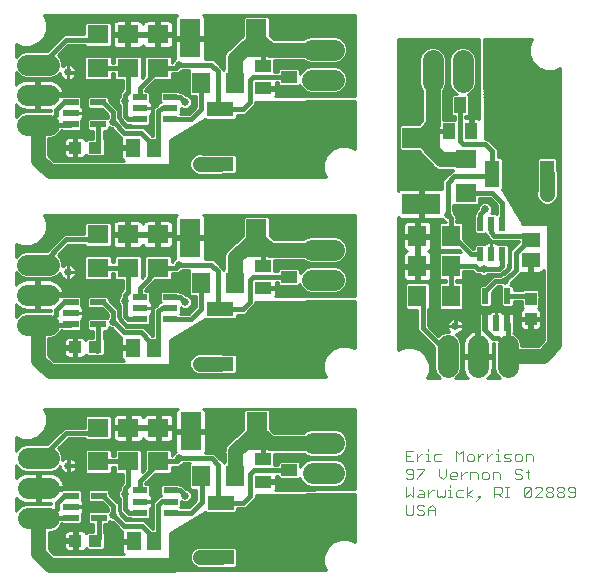
<source format=gtl>
G75*
G70*
%OFA0B0*%
%FSLAX24Y24*%
%IPPOS*%
%LPD*%
%AMOC8*
5,1,8,0,0,1.08239X$1,22.5*
%
%ADD10C,0.0040*%
%ADD11R,0.0520X0.0220*%
%ADD12C,0.0709*%
%ADD13R,0.0512X0.0591*%
%ADD14R,0.0709X0.1260*%
%ADD15R,0.0880X0.0480*%
%ADD16R,0.0866X0.1417*%
%ADD17R,0.0500X0.0220*%
%ADD18R,0.0630X0.0710*%
%ADD19R,0.0710X0.0630*%
%ADD20C,0.0250*%
%ADD21R,0.0433X0.0394*%
%ADD22R,0.0551X0.0394*%
%ADD23R,0.0220X0.0520*%
%ADD24R,0.0591X0.0512*%
%ADD25R,0.1260X0.0709*%
%ADD26R,0.0480X0.0880*%
%ADD27R,0.1417X0.0866*%
%ADD28R,0.0220X0.0500*%
%ADD29R,0.0394X0.0433*%
%ADD30R,0.0394X0.0551*%
%ADD31C,0.0100*%
%ADD32C,0.0396*%
%ADD33C,0.0500*%
%ADD34C,0.0160*%
D10*
X014020Y002700D02*
X014080Y002640D01*
X014200Y002640D01*
X014260Y002700D01*
X014260Y003000D01*
X014388Y002940D02*
X014388Y002880D01*
X014448Y002820D01*
X014568Y002820D01*
X014629Y002760D01*
X014629Y002700D01*
X014568Y002640D01*
X014448Y002640D01*
X014388Y002700D01*
X014388Y002940D02*
X014448Y003000D01*
X014568Y003000D01*
X014629Y002940D01*
X014757Y002880D02*
X014877Y003000D01*
X014997Y002880D01*
X014997Y002640D01*
X014997Y002820D02*
X014757Y002820D01*
X014757Y002880D02*
X014757Y002640D01*
X014757Y003240D02*
X014757Y003480D01*
X014877Y003480D02*
X014937Y003480D01*
X014877Y003480D02*
X014757Y003360D01*
X014629Y003360D02*
X014448Y003360D01*
X014388Y003300D01*
X014448Y003240D01*
X014629Y003240D01*
X014629Y003420D01*
X014568Y003480D01*
X014448Y003480D01*
X014260Y003600D02*
X014260Y003240D01*
X014140Y003360D01*
X014020Y003240D01*
X014020Y003600D01*
X014080Y003840D02*
X014200Y003840D01*
X014260Y003900D01*
X014260Y004140D01*
X014200Y004200D01*
X014080Y004200D01*
X014020Y004140D01*
X014020Y004080D01*
X014080Y004020D01*
X014260Y004020D01*
X014388Y003900D02*
X014388Y003840D01*
X014388Y003900D02*
X014629Y004140D01*
X014629Y004200D01*
X014388Y004200D01*
X014388Y004440D02*
X014388Y004680D01*
X014388Y004560D02*
X014508Y004680D01*
X014568Y004680D01*
X014695Y004680D02*
X014755Y004680D01*
X014755Y004440D01*
X014695Y004440D02*
X014815Y004440D01*
X014941Y004500D02*
X015001Y004440D01*
X015181Y004440D01*
X015125Y004200D02*
X015125Y003960D01*
X015245Y003840D01*
X015365Y003960D01*
X015365Y004200D01*
X015493Y004020D02*
X015553Y004080D01*
X015673Y004080D01*
X015733Y004020D01*
X015733Y003960D01*
X015493Y003960D01*
X015493Y003900D02*
X015493Y004020D01*
X015493Y003900D02*
X015553Y003840D01*
X015673Y003840D01*
X015862Y003840D02*
X015862Y004080D01*
X015862Y003960D02*
X015982Y004080D01*
X016042Y004080D01*
X016169Y004080D02*
X016349Y004080D01*
X016409Y004020D01*
X016409Y003840D01*
X016537Y003900D02*
X016597Y003840D01*
X016717Y003840D01*
X016777Y003900D01*
X016777Y004020D01*
X016717Y004080D01*
X016597Y004080D01*
X016537Y004020D01*
X016537Y003900D01*
X016169Y003840D02*
X016169Y004080D01*
X016226Y004440D02*
X016106Y004440D01*
X016046Y004500D01*
X016046Y004620D01*
X016106Y004680D01*
X016226Y004680D01*
X016286Y004620D01*
X016286Y004500D01*
X016226Y004440D01*
X016414Y004440D02*
X016414Y004680D01*
X016414Y004560D02*
X016534Y004680D01*
X016594Y004680D01*
X016721Y004680D02*
X016721Y004440D01*
X016721Y004560D02*
X016841Y004680D01*
X016901Y004680D01*
X017028Y004680D02*
X017088Y004680D01*
X017088Y004440D01*
X017028Y004440D02*
X017148Y004440D01*
X017273Y004440D02*
X017454Y004440D01*
X017514Y004500D01*
X017454Y004560D01*
X017333Y004560D01*
X017273Y004620D01*
X017333Y004680D01*
X017514Y004680D01*
X017642Y004620D02*
X017642Y004500D01*
X017702Y004440D01*
X017822Y004440D01*
X017882Y004500D01*
X017882Y004620D01*
X017822Y004680D01*
X017702Y004680D01*
X017642Y004620D01*
X018010Y004680D02*
X018010Y004440D01*
X018250Y004440D02*
X018250Y004620D01*
X018190Y004680D01*
X018010Y004680D01*
X017822Y004200D02*
X017702Y004200D01*
X017642Y004140D01*
X017642Y004080D01*
X017702Y004020D01*
X017822Y004020D01*
X017882Y003960D01*
X017882Y003900D01*
X017822Y003840D01*
X017702Y003840D01*
X017642Y003900D01*
X017882Y004140D02*
X017822Y004200D01*
X018010Y004080D02*
X018130Y004080D01*
X018070Y004140D02*
X018070Y003900D01*
X018130Y003840D01*
X018129Y003600D02*
X018189Y003540D01*
X017949Y003300D01*
X018009Y003240D01*
X018129Y003240D01*
X018189Y003300D01*
X018189Y003540D01*
X018129Y003600D02*
X018009Y003600D01*
X017949Y003540D01*
X017949Y003300D01*
X018317Y003240D02*
X018557Y003480D01*
X018557Y003540D01*
X018497Y003600D01*
X018377Y003600D01*
X018317Y003540D01*
X018317Y003240D02*
X018557Y003240D01*
X018685Y003300D02*
X018685Y003360D01*
X018745Y003420D01*
X018865Y003420D01*
X018926Y003360D01*
X018926Y003300D01*
X018865Y003240D01*
X018745Y003240D01*
X018685Y003300D01*
X018745Y003420D02*
X018685Y003480D01*
X018685Y003540D01*
X018745Y003600D01*
X018865Y003600D01*
X018926Y003540D01*
X018926Y003480D01*
X018865Y003420D01*
X019054Y003360D02*
X019114Y003420D01*
X019234Y003420D01*
X019294Y003360D01*
X019294Y003300D01*
X019234Y003240D01*
X019114Y003240D01*
X019054Y003300D01*
X019054Y003360D01*
X019114Y003420D02*
X019054Y003480D01*
X019054Y003540D01*
X019114Y003600D01*
X019234Y003600D01*
X019294Y003540D01*
X019294Y003480D01*
X019234Y003420D01*
X019422Y003480D02*
X019482Y003420D01*
X019662Y003420D01*
X019662Y003300D02*
X019662Y003540D01*
X019602Y003600D01*
X019482Y003600D01*
X019422Y003540D01*
X019422Y003480D01*
X019422Y003300D02*
X019482Y003240D01*
X019602Y003240D01*
X019662Y003300D01*
X017455Y003240D02*
X017335Y003240D01*
X017395Y003240D02*
X017395Y003600D01*
X017335Y003600D02*
X017455Y003600D01*
X017207Y003540D02*
X017207Y003420D01*
X017147Y003360D01*
X016967Y003360D01*
X017087Y003360D02*
X017207Y003240D01*
X016967Y003240D02*
X016967Y003600D01*
X017147Y003600D01*
X017207Y003540D01*
X017145Y003840D02*
X017145Y004020D01*
X017085Y004080D01*
X016905Y004080D01*
X016905Y003840D01*
X016473Y003300D02*
X016413Y003300D01*
X016413Y003240D01*
X016473Y003240D01*
X016473Y003300D01*
X016473Y003240D02*
X016353Y003120D01*
X016226Y003240D02*
X016046Y003360D01*
X016226Y003480D01*
X016046Y003600D02*
X016046Y003240D01*
X015918Y003240D02*
X015737Y003240D01*
X015677Y003300D01*
X015677Y003420D01*
X015737Y003480D01*
X015918Y003480D01*
X015492Y003480D02*
X015492Y003240D01*
X015432Y003240D02*
X015552Y003240D01*
X015304Y003300D02*
X015304Y003480D01*
X015432Y003480D02*
X015492Y003480D01*
X015492Y003600D02*
X015492Y003660D01*
X015304Y003300D02*
X015244Y003240D01*
X015184Y003300D01*
X015124Y003240D01*
X015064Y003300D01*
X015064Y003480D01*
X015677Y004440D02*
X015677Y004800D01*
X015798Y004680D01*
X015918Y004800D01*
X015918Y004440D01*
X015181Y004680D02*
X015001Y004680D01*
X014941Y004620D01*
X014941Y004500D01*
X014755Y004800D02*
X014755Y004860D01*
X014260Y004800D02*
X014020Y004800D01*
X014020Y004440D01*
X014260Y004440D01*
X014140Y004620D02*
X014020Y004620D01*
X014020Y003900D02*
X014080Y003840D01*
X014020Y003000D02*
X014020Y002700D01*
X017088Y004800D02*
X017088Y004860D01*
D11*
X003770Y003300D03*
X003770Y002560D03*
X002850Y002560D03*
X002850Y002930D03*
X002850Y003300D03*
X002840Y009010D03*
X002840Y009380D03*
X002840Y009750D03*
X003760Y009750D03*
X003760Y009010D03*
X003760Y015670D03*
X003760Y016410D03*
X002840Y016410D03*
X002840Y016040D03*
X002840Y015670D03*
D12*
X002104Y015660D02*
X001396Y015660D01*
X001396Y016660D02*
X002104Y016660D01*
X002104Y017660D02*
X001396Y017660D01*
X001396Y011000D02*
X002104Y011000D01*
X002104Y010000D02*
X001396Y010000D01*
X001396Y009000D02*
X002104Y009000D01*
X002114Y004550D02*
X001406Y004550D01*
X001406Y003550D02*
X002114Y003550D01*
X002114Y002550D02*
X001406Y002550D01*
X010906Y004050D02*
X011614Y004050D01*
X011614Y005050D02*
X010906Y005050D01*
X015410Y007596D02*
X015410Y008304D01*
X016410Y008304D02*
X016410Y007596D01*
X017410Y007596D02*
X017410Y008304D01*
X011604Y010500D02*
X010896Y010500D01*
X010896Y011500D02*
X011604Y011500D01*
X011604Y017160D02*
X010896Y017160D01*
X010896Y018160D02*
X011604Y018160D01*
X014910Y017804D02*
X014910Y017096D01*
X015910Y017096D02*
X015910Y017804D01*
D13*
X005605Y014890D03*
X004935Y014890D03*
X004935Y008230D03*
X005605Y008230D03*
X005615Y001780D03*
X004945Y001780D03*
D14*
X006838Y005440D03*
X009042Y005440D03*
X009032Y011890D03*
X006828Y011890D03*
X006828Y018550D03*
X009032Y018550D03*
D15*
X007830Y016170D03*
X007830Y015260D03*
X007830Y014350D03*
X007830Y009510D03*
X007830Y008600D03*
X007830Y007690D03*
X007840Y003060D03*
X007840Y002150D03*
X007840Y001240D03*
D16*
X010280Y002150D03*
X010270Y008600D03*
X010270Y015260D03*
D17*
X006160Y015840D03*
X006160Y016210D03*
X006160Y016580D03*
X005140Y016580D03*
X005140Y016210D03*
X005140Y015840D03*
X005140Y009920D03*
X005140Y009550D03*
X005140Y009180D03*
X006160Y009180D03*
X006160Y009550D03*
X006160Y009920D03*
X006170Y003470D03*
X006170Y003100D03*
X006170Y002730D03*
X005150Y002730D03*
X005150Y003100D03*
X005150Y003470D03*
D18*
X007200Y003950D03*
X008320Y003950D03*
X014400Y009950D03*
X014400Y010950D03*
X014400Y011950D03*
X015520Y011950D03*
X015520Y010950D03*
X015520Y009950D03*
X008310Y010400D03*
X007190Y010400D03*
X007190Y017060D03*
X008310Y017060D03*
D19*
X005750Y017550D03*
X004750Y017550D03*
X003750Y017550D03*
X003750Y018670D03*
X004750Y018670D03*
X005750Y018670D03*
X005750Y012010D03*
X004750Y012010D03*
X003750Y012010D03*
X003750Y010890D03*
X004750Y010890D03*
X005750Y010890D03*
X005760Y005560D03*
X004760Y005560D03*
X003760Y005560D03*
X003760Y004440D03*
X004760Y004440D03*
X005760Y004440D03*
X016010Y013390D03*
X016010Y014510D03*
D20*
X016660Y012850D03*
X015410Y012650D03*
X016610Y010850D03*
X017310Y010450D03*
X015660Y008950D03*
X006650Y009750D03*
X006450Y011000D03*
X004650Y009800D03*
X004250Y009100D03*
X002750Y010750D03*
X004250Y015760D03*
X004650Y016460D03*
X006450Y017660D03*
X006650Y016410D03*
X002750Y017410D03*
X006460Y004550D03*
X006660Y003300D03*
X004660Y003350D03*
X004260Y002650D03*
X002760Y004300D03*
D21*
X002995Y001790D03*
X003665Y001790D03*
X003655Y008240D03*
X002985Y008240D03*
X002985Y014900D03*
X003655Y014900D03*
D22*
X009247Y016876D03*
X009247Y017624D03*
X010113Y017250D03*
X009247Y010964D03*
X009247Y010216D03*
X010113Y010590D03*
X009257Y004514D03*
X009257Y003766D03*
X010123Y004140D03*
D23*
X016660Y009040D03*
X017030Y009040D03*
X017400Y009040D03*
X017400Y009960D03*
X016660Y009960D03*
D24*
X018180Y011135D03*
X018180Y011805D03*
D25*
X014520Y013028D03*
X014520Y015232D03*
D26*
X016900Y014030D03*
X017810Y014030D03*
X018720Y014030D03*
D27*
X017810Y016470D03*
D28*
X017230Y012360D03*
X016860Y012360D03*
X016490Y012360D03*
X016490Y011340D03*
X016860Y011340D03*
X017230Y011340D03*
D29*
X018170Y009855D03*
X018170Y009185D03*
D30*
X016194Y015447D03*
X015446Y015447D03*
X015820Y016313D03*
D31*
X016117Y016304D02*
X016462Y016304D01*
X016462Y016206D02*
X016117Y016206D01*
X016117Y016107D02*
X016463Y016107D01*
X016463Y016009D02*
X016117Y016009D01*
X016117Y015996D02*
X016117Y016630D01*
X016075Y016672D01*
X016167Y016711D01*
X016295Y016838D01*
X016364Y017005D01*
X016364Y017895D01*
X016295Y018062D01*
X016167Y018189D01*
X016000Y018259D01*
X015820Y018259D01*
X015653Y018189D01*
X015525Y018062D01*
X015456Y017895D01*
X015456Y017005D01*
X015525Y016838D01*
X015653Y016711D01*
X015705Y016689D01*
X015582Y016689D01*
X015523Y016630D01*
X015523Y015996D01*
X015582Y015937D01*
X015640Y015937D01*
X015640Y015823D01*
X015260Y015823D01*
X015260Y016803D01*
X015295Y016838D01*
X015364Y017005D01*
X015364Y017895D01*
X015295Y018062D01*
X015167Y018189D01*
X015000Y018259D01*
X014820Y018259D01*
X014653Y018189D01*
X014525Y018062D01*
X014456Y017895D01*
X014456Y017005D01*
X014525Y016838D01*
X014560Y016803D01*
X014560Y015821D01*
X014446Y015687D01*
X013849Y015687D01*
X013790Y015628D01*
X013790Y014837D01*
X013849Y014778D01*
X014459Y014778D01*
X014872Y014320D01*
X014876Y014312D01*
X014919Y014269D01*
X014959Y014224D01*
X014968Y014220D01*
X014974Y014213D01*
X015030Y014190D01*
X015085Y014164D01*
X015094Y014163D01*
X015103Y014160D01*
X015164Y014160D01*
X015224Y014157D01*
X015233Y014160D01*
X015555Y014160D01*
X015555Y014153D01*
X015579Y014130D01*
X015555Y014130D01*
X015450Y014025D01*
X015450Y014025D01*
X015230Y013805D01*
X015230Y013509D01*
X015208Y013522D01*
X015170Y013532D01*
X014570Y013532D01*
X014570Y013078D01*
X014470Y013078D01*
X014470Y013532D01*
X013870Y013532D01*
X013832Y013522D01*
X013798Y013502D01*
X013770Y013474D01*
X013759Y013456D01*
X013759Y018506D01*
X016452Y018506D01*
X016464Y015854D01*
X016449Y015862D01*
X016411Y015873D01*
X016242Y015873D01*
X016242Y015495D01*
X016146Y015495D01*
X016146Y015873D01*
X016000Y015873D01*
X016000Y015937D01*
X016058Y015937D01*
X016117Y015996D01*
X016000Y015910D02*
X016464Y015910D01*
X016644Y015910D02*
X019155Y015910D01*
X019155Y015812D02*
X016645Y015812D01*
X016646Y015713D02*
X019155Y015713D01*
X019155Y015615D02*
X016647Y015615D01*
X016648Y015516D02*
X019155Y015516D01*
X019155Y015418D02*
X016649Y015418D01*
X016650Y015319D02*
X019155Y015319D01*
X019155Y015221D02*
X016651Y015221D01*
X016652Y015200D02*
X016615Y018506D01*
X018205Y018506D01*
X018115Y018288D01*
X018115Y018012D01*
X018221Y017756D01*
X018416Y017561D01*
X018672Y017455D01*
X018948Y017455D01*
X019155Y017541D01*
X019155Y012350D01*
X017910Y012350D01*
X017214Y013522D01*
X017240Y013549D01*
X017240Y014511D01*
X017182Y014570D01*
X017080Y014570D01*
X017080Y014855D01*
X016975Y014960D01*
X016975Y014960D01*
X016735Y015200D01*
X016652Y015200D01*
X016813Y015122D02*
X019155Y015122D01*
X019155Y015024D02*
X016911Y015024D01*
X017010Y014925D02*
X019155Y014925D01*
X019155Y014827D02*
X017080Y014827D01*
X017080Y014728D02*
X019155Y014728D01*
X019155Y014630D02*
X017080Y014630D01*
X017220Y014531D02*
X018400Y014531D01*
X018380Y014511D02*
X018438Y014570D01*
X019001Y014570D01*
X019060Y014511D01*
X019060Y014124D01*
X019070Y014100D01*
X019070Y013290D01*
X019017Y013162D01*
X018908Y013053D01*
X018780Y013000D01*
X018640Y013000D01*
X018512Y013053D01*
X018413Y013152D01*
X017433Y013152D01*
X017375Y013251D02*
X018372Y013251D01*
X018360Y013280D02*
X018413Y013152D01*
X018360Y013280D02*
X018360Y013420D01*
X018370Y013443D01*
X018370Y014100D01*
X018380Y014124D01*
X018380Y014511D01*
X018380Y014433D02*
X017240Y014433D01*
X017240Y014334D02*
X018380Y014334D01*
X018380Y014236D02*
X017240Y014236D01*
X017240Y014137D02*
X018380Y014137D01*
X018370Y014039D02*
X017240Y014039D01*
X017240Y013940D02*
X018370Y013940D01*
X018370Y013842D02*
X017240Y013842D01*
X017240Y013743D02*
X018370Y013743D01*
X018370Y013645D02*
X017240Y013645D01*
X017238Y013546D02*
X018370Y013546D01*
X018370Y013448D02*
X017258Y013448D01*
X017316Y013349D02*
X018360Y013349D01*
X018511Y013054D02*
X017492Y013054D01*
X017550Y012955D02*
X019155Y012955D01*
X019155Y012857D02*
X017609Y012857D01*
X017668Y012758D02*
X019155Y012758D01*
X019155Y012660D02*
X017726Y012660D01*
X017785Y012561D02*
X019155Y012561D01*
X019155Y012463D02*
X017843Y012463D01*
X017902Y012364D02*
X019155Y012364D01*
X019155Y013054D02*
X018909Y013054D01*
X019007Y013152D02*
X019155Y013152D01*
X019155Y013251D02*
X019053Y013251D01*
X019070Y013349D02*
X019155Y013349D01*
X019155Y013448D02*
X019070Y013448D01*
X019070Y013546D02*
X019155Y013546D01*
X019155Y013645D02*
X019070Y013645D01*
X019070Y013743D02*
X019155Y013743D01*
X019155Y013842D02*
X019070Y013842D01*
X019070Y013940D02*
X019155Y013940D01*
X019155Y014039D02*
X019070Y014039D01*
X019060Y014137D02*
X019155Y014137D01*
X019155Y014236D02*
X019060Y014236D01*
X019060Y014334D02*
X019155Y014334D01*
X019155Y014433D02*
X019060Y014433D01*
X019040Y014531D02*
X019155Y014531D01*
X019155Y016009D02*
X016643Y016009D01*
X016642Y016107D02*
X019155Y016107D01*
X019155Y016206D02*
X016640Y016206D01*
X016639Y016304D02*
X019155Y016304D01*
X019155Y016403D02*
X016638Y016403D01*
X016637Y016501D02*
X019155Y016501D01*
X019155Y016600D02*
X016636Y016600D01*
X016635Y016698D02*
X019155Y016698D01*
X019155Y016797D02*
X016634Y016797D01*
X016633Y016895D02*
X019155Y016895D01*
X019155Y016994D02*
X016632Y016994D01*
X016631Y017092D02*
X019155Y017092D01*
X019155Y017191D02*
X016630Y017191D01*
X016628Y017289D02*
X019155Y017289D01*
X019155Y017388D02*
X016627Y017388D01*
X016626Y017486D02*
X018597Y017486D01*
X018393Y017585D02*
X016625Y017585D01*
X016624Y017683D02*
X018294Y017683D01*
X018210Y017782D02*
X016623Y017782D01*
X016622Y017880D02*
X018170Y017880D01*
X018129Y017979D02*
X016621Y017979D01*
X016620Y018077D02*
X018115Y018077D01*
X018115Y018176D02*
X016619Y018176D01*
X016618Y018274D02*
X018115Y018274D01*
X018150Y018373D02*
X016616Y018373D01*
X016615Y018471D02*
X018191Y018471D01*
X019023Y017486D02*
X019155Y017486D01*
X016457Y017486D02*
X016364Y017486D01*
X016364Y017388D02*
X016457Y017388D01*
X016457Y017289D02*
X016364Y017289D01*
X016364Y017191D02*
X016458Y017191D01*
X016458Y017092D02*
X016364Y017092D01*
X016359Y016994D02*
X016459Y016994D01*
X016459Y016895D02*
X016319Y016895D01*
X016253Y016797D02*
X016460Y016797D01*
X016460Y016698D02*
X016137Y016698D01*
X016117Y016600D02*
X016461Y016600D01*
X016461Y016501D02*
X016117Y016501D01*
X016117Y016403D02*
X016461Y016403D01*
X016242Y015812D02*
X016146Y015812D01*
X016146Y015713D02*
X016242Y015713D01*
X016242Y015615D02*
X016146Y015615D01*
X016146Y015516D02*
X016242Y015516D01*
X015640Y015910D02*
X015260Y015910D01*
X015260Y016009D02*
X015523Y016009D01*
X015523Y016107D02*
X015260Y016107D01*
X015260Y016206D02*
X015523Y016206D01*
X015523Y016304D02*
X015260Y016304D01*
X015260Y016403D02*
X015523Y016403D01*
X015523Y016501D02*
X015260Y016501D01*
X015260Y016600D02*
X015523Y016600D01*
X015683Y016698D02*
X015260Y016698D01*
X015260Y016797D02*
X015567Y016797D01*
X015501Y016895D02*
X015319Y016895D01*
X015359Y016994D02*
X015461Y016994D01*
X015456Y017092D02*
X015364Y017092D01*
X015364Y017191D02*
X015456Y017191D01*
X015456Y017289D02*
X015364Y017289D01*
X015364Y017388D02*
X015456Y017388D01*
X015456Y017486D02*
X015364Y017486D01*
X015364Y017585D02*
X015456Y017585D01*
X015456Y017683D02*
X015364Y017683D01*
X015364Y017782D02*
X015456Y017782D01*
X015456Y017880D02*
X015364Y017880D01*
X015330Y017979D02*
X015490Y017979D01*
X015540Y018077D02*
X015280Y018077D01*
X015181Y018176D02*
X015639Y018176D01*
X016181Y018176D02*
X016454Y018176D01*
X016453Y018274D02*
X013759Y018274D01*
X013759Y018176D02*
X014639Y018176D01*
X014540Y018077D02*
X013759Y018077D01*
X013759Y017979D02*
X014490Y017979D01*
X014456Y017880D02*
X013759Y017880D01*
X013759Y017782D02*
X014456Y017782D01*
X014456Y017683D02*
X013759Y017683D01*
X013759Y017585D02*
X014456Y017585D01*
X014456Y017486D02*
X013759Y017486D01*
X013759Y017388D02*
X014456Y017388D01*
X014456Y017289D02*
X013759Y017289D01*
X013759Y017191D02*
X014456Y017191D01*
X014456Y017092D02*
X013759Y017092D01*
X013759Y016994D02*
X014461Y016994D01*
X014501Y016895D02*
X013759Y016895D01*
X013759Y016797D02*
X014560Y016797D01*
X014560Y016698D02*
X013759Y016698D01*
X013759Y016600D02*
X014560Y016600D01*
X014560Y016501D02*
X013759Y016501D01*
X013759Y016403D02*
X014560Y016403D01*
X014560Y016304D02*
X013759Y016304D01*
X013759Y016206D02*
X014560Y016206D01*
X014560Y016107D02*
X013759Y016107D01*
X013759Y016009D02*
X014560Y016009D01*
X014560Y015910D02*
X013759Y015910D01*
X013759Y015812D02*
X014552Y015812D01*
X014469Y015713D02*
X013759Y015713D01*
X013759Y015615D02*
X013790Y015615D01*
X013790Y015516D02*
X013759Y015516D01*
X013759Y015418D02*
X013790Y015418D01*
X013790Y015319D02*
X013759Y015319D01*
X013759Y015221D02*
X013790Y015221D01*
X013790Y015122D02*
X013759Y015122D01*
X013759Y015024D02*
X013790Y015024D01*
X013790Y014925D02*
X013759Y014925D01*
X013759Y014827D02*
X013800Y014827D01*
X013759Y014728D02*
X014504Y014728D01*
X014593Y014630D02*
X013759Y014630D01*
X013759Y014531D02*
X014682Y014531D01*
X014771Y014433D02*
X013759Y014433D01*
X013759Y014334D02*
X014860Y014334D01*
X014949Y014236D02*
X013759Y014236D01*
X013759Y014137D02*
X015572Y014137D01*
X015464Y014039D02*
X013759Y014039D01*
X013759Y013940D02*
X015365Y013940D01*
X015267Y013842D02*
X013759Y013842D01*
X013759Y013743D02*
X015230Y013743D01*
X015230Y013645D02*
X013759Y013645D01*
X013759Y013546D02*
X015230Y013546D01*
X015590Y012999D02*
X015614Y012975D01*
X016406Y012975D01*
X016465Y013034D01*
X016465Y013220D01*
X016805Y013220D01*
X017050Y012975D01*
X017050Y012681D01*
X017045Y012676D01*
X017011Y012710D01*
X016838Y012710D01*
X016885Y012757D01*
X016885Y012943D01*
X016753Y013075D01*
X016567Y013075D01*
X016435Y012943D01*
X016435Y012874D01*
X016361Y012795D01*
X016310Y012745D01*
X016310Y012742D01*
X016308Y012739D01*
X016310Y012681D01*
X016280Y012651D01*
X016280Y012069D01*
X016339Y012010D01*
X016641Y012010D01*
X016668Y012037D01*
X016667Y012003D01*
X016668Y012003D01*
X016668Y012002D01*
X016718Y011948D01*
X016780Y011880D01*
X016780Y011875D01*
X016830Y011825D01*
X016878Y011773D01*
X016882Y011773D01*
X016885Y011770D01*
X016956Y011770D01*
X017027Y011767D01*
X017030Y011770D01*
X017785Y011770D01*
X017785Y011762D01*
X017597Y011580D01*
X017595Y011580D01*
X017544Y011528D01*
X017491Y011477D01*
X017491Y011476D01*
X017490Y011475D01*
X017490Y011401D01*
X017489Y011328D01*
X017490Y011327D01*
X017490Y010886D01*
X017272Y010675D01*
X017217Y010675D01*
X017172Y010630D01*
X017001Y010630D01*
X016928Y010631D01*
X016927Y010630D01*
X016925Y010630D01*
X016874Y010578D01*
X016608Y010320D01*
X016509Y010320D01*
X016450Y010261D01*
X016450Y009659D01*
X016509Y009600D01*
X016811Y009600D01*
X016870Y009659D01*
X016870Y010073D01*
X017073Y010270D01*
X017172Y010270D01*
X017190Y010252D01*
X017190Y009659D01*
X017249Y009600D01*
X017551Y009600D01*
X017610Y009659D01*
X017610Y009780D01*
X017873Y009780D01*
X017873Y009597D01*
X017925Y009544D01*
X017915Y009542D01*
X017881Y009522D01*
X017853Y009494D01*
X017833Y009460D01*
X017823Y009422D01*
X017823Y009234D01*
X018122Y009234D01*
X018122Y009137D01*
X018218Y009137D01*
X018218Y008819D01*
X018387Y008819D01*
X018425Y008829D01*
X018459Y008849D01*
X018487Y008877D01*
X018507Y008911D01*
X018517Y008949D01*
X018517Y009137D01*
X018218Y009137D01*
X018218Y009234D01*
X018517Y009234D01*
X018517Y009422D01*
X018507Y009460D01*
X018487Y009494D01*
X018459Y009522D01*
X018425Y009542D01*
X018415Y009544D01*
X018467Y009597D01*
X018467Y009886D01*
X018479Y009921D01*
X018467Y009947D01*
X018467Y010113D01*
X018408Y010171D01*
X017932Y010171D01*
X017901Y010140D01*
X017610Y010140D01*
X017610Y010261D01*
X017551Y010320D01*
X017498Y010320D01*
X017535Y010357D01*
X017535Y010428D01*
X017743Y010630D01*
X017745Y010630D01*
X017796Y010682D01*
X017849Y010733D01*
X017849Y010734D01*
X017865Y010729D01*
X018130Y010729D01*
X018130Y011085D01*
X018230Y011085D01*
X018230Y010729D01*
X018495Y010729D01*
X018533Y010740D01*
X018567Y010759D01*
X018595Y010787D01*
X018610Y010813D01*
X018610Y008482D01*
X018432Y008300D01*
X017864Y008300D01*
X017864Y008395D01*
X017795Y008562D01*
X017667Y008689D01*
X017592Y008721D01*
X017610Y008739D01*
X017610Y009341D01*
X017551Y009400D01*
X017252Y009400D01*
X017232Y009420D01*
X017198Y009440D01*
X017160Y009450D01*
X017035Y009450D01*
X017035Y009045D01*
X017025Y009045D01*
X017025Y009450D01*
X016900Y009450D01*
X016862Y009440D01*
X016828Y009420D01*
X016808Y009400D01*
X016509Y009400D01*
X016450Y009341D01*
X016450Y008739D01*
X016460Y008729D01*
X016460Y008000D01*
X016914Y008000D01*
X016914Y008344D01*
X016909Y008380D01*
X016956Y008380D01*
X016956Y007505D01*
X017025Y007338D01*
X017153Y007211D01*
X017166Y007205D01*
X016730Y007205D01*
X016739Y007211D01*
X016795Y007267D01*
X016841Y007331D01*
X016877Y007402D01*
X016902Y007478D01*
X016914Y007556D01*
X016914Y007900D01*
X016460Y007900D01*
X016460Y008000D01*
X016360Y008000D01*
X016360Y008807D01*
X016292Y008796D01*
X016216Y008772D01*
X016146Y008736D01*
X016081Y008689D01*
X016025Y008633D01*
X015979Y008569D01*
X015943Y008498D01*
X015918Y008422D01*
X015906Y008344D01*
X015906Y008000D01*
X016360Y008000D01*
X016360Y007900D01*
X015906Y007900D01*
X015906Y007556D01*
X015918Y007478D01*
X015943Y007402D01*
X015979Y007331D01*
X016025Y007267D01*
X016081Y007211D01*
X016090Y007205D01*
X015654Y007205D01*
X015667Y007211D01*
X015795Y007338D01*
X015864Y007505D01*
X015864Y008395D01*
X015795Y008562D01*
X015682Y008675D01*
X015687Y008675D01*
X015740Y008686D01*
X015790Y008706D01*
X015835Y008736D01*
X015874Y008775D01*
X015904Y008820D01*
X015924Y008870D01*
X015935Y008923D01*
X015935Y008937D01*
X015673Y008937D01*
X015673Y008963D01*
X015647Y008963D01*
X015647Y009225D01*
X015633Y009225D01*
X015580Y009214D01*
X015530Y009194D01*
X015485Y009164D01*
X015446Y009125D01*
X015416Y009080D01*
X015396Y009030D01*
X015385Y008977D01*
X015385Y008963D01*
X015647Y008963D01*
X015647Y008937D01*
X015385Y008937D01*
X015385Y008923D01*
X015396Y008870D01*
X015416Y008820D01*
X015446Y008775D01*
X015462Y008759D01*
X015320Y008759D01*
X015153Y008689D01*
X015089Y008626D01*
X014754Y008961D01*
X014754Y009495D01*
X014757Y009495D01*
X014815Y009554D01*
X014815Y010346D01*
X014757Y010405D01*
X014044Y010405D01*
X013985Y010346D01*
X013985Y009554D01*
X014044Y009495D01*
X014394Y009495D01*
X014394Y008812D01*
X014499Y008706D01*
X014956Y008250D01*
X014956Y007505D01*
X015025Y007338D01*
X015153Y007211D01*
X015166Y007205D01*
X014719Y007205D01*
X014805Y007412D01*
X014805Y007688D01*
X014699Y007944D01*
X014504Y008139D01*
X014248Y008245D01*
X013972Y008245D01*
X013759Y008157D01*
X013759Y012600D01*
X013770Y012581D01*
X013798Y012553D01*
X013832Y012534D01*
X013870Y012523D01*
X014470Y012523D01*
X014470Y012978D01*
X014570Y012978D01*
X014570Y012523D01*
X015170Y012523D01*
X015208Y012534D01*
X015317Y012425D01*
X015340Y012425D01*
X015340Y012405D01*
X015163Y012405D01*
X015105Y012346D01*
X015105Y011554D01*
X015163Y011495D01*
X015770Y011495D01*
X015861Y011405D01*
X015163Y011405D01*
X015105Y011346D01*
X015105Y010554D01*
X015163Y010495D01*
X015340Y010495D01*
X015340Y010405D01*
X015163Y010405D01*
X015105Y010346D01*
X015105Y009554D01*
X015163Y009495D01*
X015876Y009495D01*
X015935Y009554D01*
X015935Y010346D01*
X015876Y010405D01*
X015700Y010405D01*
X015700Y010495D01*
X015876Y010495D01*
X015935Y010554D01*
X015935Y010770D01*
X016235Y010770D01*
X016335Y010670D01*
X016472Y010670D01*
X016517Y010625D01*
X016703Y010625D01*
X016748Y010670D01*
X017106Y010670D01*
X017177Y010667D01*
X017180Y010670D01*
X017185Y010670D01*
X017235Y010720D01*
X017300Y010780D01*
X017305Y010780D01*
X017355Y010830D01*
X017407Y010878D01*
X017407Y010882D01*
X017410Y010885D01*
X017410Y010956D01*
X017413Y011021D01*
X017440Y011049D01*
X017440Y011631D01*
X017381Y011690D01*
X017082Y011690D01*
X017062Y011710D01*
X017028Y011730D01*
X016990Y011740D01*
X016865Y011740D01*
X016865Y011345D01*
X016855Y011345D01*
X016855Y011740D01*
X016730Y011740D01*
X016692Y011730D01*
X016658Y011710D01*
X016638Y011690D01*
X016339Y011690D01*
X016280Y011631D01*
X016280Y011520D01*
X016255Y011520D01*
X015935Y011840D01*
X015935Y012346D01*
X015876Y012405D01*
X015700Y012405D01*
X015700Y012499D01*
X015707Y012508D01*
X015700Y012572D01*
X015700Y012637D01*
X015692Y012645D01*
X015691Y012656D01*
X015640Y012696D01*
X015635Y012701D01*
X015635Y012743D01*
X015590Y012788D01*
X015590Y012999D01*
X015590Y012955D02*
X016447Y012955D01*
X016465Y013054D02*
X016545Y013054D01*
X016465Y013152D02*
X016873Y013152D01*
X016775Y013054D02*
X016972Y013054D01*
X017050Y012955D02*
X016873Y012955D01*
X016885Y012857D02*
X017050Y012857D01*
X017050Y012758D02*
X016885Y012758D01*
X016419Y012857D02*
X015590Y012857D01*
X015620Y012758D02*
X016323Y012758D01*
X016288Y012660D02*
X015686Y012660D01*
X015701Y012561D02*
X016280Y012561D01*
X016280Y012463D02*
X015700Y012463D01*
X015917Y012364D02*
X016280Y012364D01*
X016280Y012266D02*
X015935Y012266D01*
X015935Y012167D02*
X016280Y012167D01*
X016280Y012069D02*
X015935Y012069D01*
X015935Y011970D02*
X016697Y011970D01*
X016784Y011872D02*
X015935Y011872D01*
X016002Y011773D02*
X016882Y011773D01*
X016865Y011675D02*
X016855Y011675D01*
X016855Y011576D02*
X016865Y011576D01*
X016855Y011478D02*
X016865Y011478D01*
X016855Y011379D02*
X016865Y011379D01*
X017440Y011379D02*
X017490Y011379D01*
X017490Y011281D02*
X017440Y011281D01*
X017440Y011182D02*
X017490Y011182D01*
X017490Y011084D02*
X017440Y011084D01*
X017411Y010985D02*
X017490Y010985D01*
X017490Y010887D02*
X017410Y010887D01*
X017389Y010788D02*
X017313Y010788D01*
X017287Y010690D02*
X017204Y010690D01*
X017535Y010394D02*
X018610Y010394D01*
X018610Y010296D02*
X017576Y010296D01*
X017610Y010197D02*
X018610Y010197D01*
X018610Y010099D02*
X018467Y010099D01*
X018467Y010000D02*
X018610Y010000D01*
X018610Y009902D02*
X018472Y009902D01*
X018467Y009803D02*
X018610Y009803D01*
X018610Y009705D02*
X018467Y009705D01*
X018467Y009606D02*
X018610Y009606D01*
X018610Y009508D02*
X018473Y009508D01*
X018517Y009409D02*
X018610Y009409D01*
X018610Y009311D02*
X018517Y009311D01*
X018610Y009212D02*
X018218Y009212D01*
X018122Y009212D02*
X017610Y009212D01*
X017610Y009114D02*
X017823Y009114D01*
X017823Y009137D02*
X017823Y008949D01*
X017833Y008911D01*
X017853Y008877D01*
X017881Y008849D01*
X017915Y008829D01*
X017953Y008819D01*
X018122Y008819D01*
X018122Y009137D01*
X017823Y009137D01*
X017823Y009015D02*
X017610Y009015D01*
X017610Y008917D02*
X017832Y008917D01*
X017610Y008818D02*
X018610Y008818D01*
X018610Y008720D02*
X017595Y008720D01*
X017736Y008621D02*
X018610Y008621D01*
X018610Y008523D02*
X017811Y008523D01*
X017852Y008424D02*
X018553Y008424D01*
X018457Y008326D02*
X017864Y008326D01*
X018122Y008917D02*
X018218Y008917D01*
X018218Y009015D02*
X018122Y009015D01*
X018122Y009114D02*
X018218Y009114D01*
X018517Y009114D02*
X018610Y009114D01*
X018610Y009015D02*
X018517Y009015D01*
X018508Y008917D02*
X018610Y008917D01*
X017823Y009311D02*
X017610Y009311D01*
X017823Y009409D02*
X017243Y009409D01*
X017243Y009606D02*
X016817Y009606D01*
X016870Y009705D02*
X017190Y009705D01*
X017190Y009803D02*
X016870Y009803D01*
X016870Y009902D02*
X017190Y009902D01*
X017190Y010000D02*
X016870Y010000D01*
X016896Y010099D02*
X017190Y010099D01*
X017190Y010197D02*
X016998Y010197D01*
X016785Y010493D02*
X015700Y010493D01*
X015887Y010394D02*
X016684Y010394D01*
X016484Y010296D02*
X015935Y010296D01*
X015935Y010197D02*
X016450Y010197D01*
X016450Y010099D02*
X015935Y010099D01*
X015935Y010000D02*
X016450Y010000D01*
X016450Y009902D02*
X015935Y009902D01*
X015935Y009803D02*
X016450Y009803D01*
X016450Y009705D02*
X015935Y009705D01*
X015935Y009606D02*
X016503Y009606D01*
X016450Y009311D02*
X014754Y009311D01*
X014754Y009409D02*
X016817Y009409D01*
X017025Y009409D02*
X017035Y009409D01*
X017025Y009311D02*
X017035Y009311D01*
X017025Y009212D02*
X017035Y009212D01*
X017025Y009114D02*
X017035Y009114D01*
X016450Y009114D02*
X015881Y009114D01*
X015874Y009125D02*
X015835Y009164D01*
X015790Y009194D01*
X015740Y009214D01*
X015687Y009225D01*
X015673Y009225D01*
X015673Y008963D01*
X015935Y008963D01*
X015935Y008977D01*
X015924Y009030D01*
X015904Y009080D01*
X015874Y009125D01*
X015927Y009015D02*
X016450Y009015D01*
X016450Y008917D02*
X015934Y008917D01*
X015903Y008818D02*
X016450Y008818D01*
X016460Y008720D02*
X016360Y008720D01*
X016360Y008621D02*
X016460Y008621D01*
X016460Y008523D02*
X016360Y008523D01*
X016360Y008424D02*
X016460Y008424D01*
X016460Y008326D02*
X016360Y008326D01*
X016360Y008227D02*
X016460Y008227D01*
X016460Y008129D02*
X016360Y008129D01*
X016360Y008030D02*
X016460Y008030D01*
X016460Y007932D02*
X016956Y007932D01*
X016956Y008030D02*
X016914Y008030D01*
X016914Y008129D02*
X016956Y008129D01*
X016956Y008227D02*
X016914Y008227D01*
X016914Y008326D02*
X016956Y008326D01*
X016956Y007833D02*
X016914Y007833D01*
X016914Y007735D02*
X016956Y007735D01*
X016956Y007636D02*
X016914Y007636D01*
X016911Y007538D02*
X016956Y007538D01*
X016983Y007439D02*
X016889Y007439D01*
X016846Y007341D02*
X017024Y007341D01*
X017121Y007242D02*
X016770Y007242D01*
X016050Y007242D02*
X015699Y007242D01*
X015796Y007341D02*
X015974Y007341D01*
X015931Y007439D02*
X015837Y007439D01*
X015864Y007538D02*
X015909Y007538D01*
X015906Y007636D02*
X015864Y007636D01*
X015864Y007735D02*
X015906Y007735D01*
X015906Y007833D02*
X015864Y007833D01*
X015864Y007932D02*
X016360Y007932D01*
X015906Y008030D02*
X015864Y008030D01*
X015864Y008129D02*
X015906Y008129D01*
X015906Y008227D02*
X015864Y008227D01*
X015864Y008326D02*
X015906Y008326D01*
X015919Y008424D02*
X015852Y008424D01*
X015811Y008523D02*
X015955Y008523D01*
X016017Y008621D02*
X015736Y008621D01*
X015810Y008720D02*
X016123Y008720D01*
X015673Y009015D02*
X015647Y009015D01*
X015647Y009114D02*
X015673Y009114D01*
X015673Y009212D02*
X015647Y009212D01*
X015574Y009212D02*
X014754Y009212D01*
X014754Y009114D02*
X015439Y009114D01*
X015393Y009015D02*
X014754Y009015D01*
X014798Y008917D02*
X015386Y008917D01*
X015417Y008818D02*
X014897Y008818D01*
X014995Y008720D02*
X015225Y008720D01*
X014880Y008326D02*
X013759Y008326D01*
X013759Y008424D02*
X014781Y008424D01*
X014683Y008523D02*
X013759Y008523D01*
X013759Y008621D02*
X014584Y008621D01*
X014486Y008720D02*
X013759Y008720D01*
X013759Y008818D02*
X014394Y008818D01*
X014394Y008917D02*
X013759Y008917D01*
X013759Y009015D02*
X014394Y009015D01*
X014394Y009114D02*
X013759Y009114D01*
X013759Y009212D02*
X014394Y009212D01*
X014394Y009311D02*
X013759Y009311D01*
X013759Y009409D02*
X014394Y009409D01*
X014031Y009508D02*
X013759Y009508D01*
X013759Y009606D02*
X013985Y009606D01*
X013985Y009705D02*
X013759Y009705D01*
X013759Y009803D02*
X013985Y009803D01*
X013985Y009902D02*
X013759Y009902D01*
X013759Y010000D02*
X013985Y010000D01*
X013985Y010099D02*
X013759Y010099D01*
X013759Y010197D02*
X013985Y010197D01*
X013985Y010296D02*
X013759Y010296D01*
X013759Y010394D02*
X014033Y010394D01*
X014065Y010445D02*
X014350Y010445D01*
X014350Y010900D01*
X013935Y010900D01*
X013935Y010575D01*
X013945Y010537D01*
X013965Y010503D01*
X013993Y010475D01*
X014027Y010455D01*
X014065Y010445D01*
X013976Y010493D02*
X013759Y010493D01*
X013759Y010591D02*
X013935Y010591D01*
X013935Y010690D02*
X013759Y010690D01*
X013759Y010788D02*
X013935Y010788D01*
X013935Y010887D02*
X013759Y010887D01*
X013759Y010985D02*
X014350Y010985D01*
X014350Y011000D02*
X014350Y010900D01*
X014450Y010900D01*
X014450Y010445D01*
X014735Y010445D01*
X014773Y010455D01*
X014807Y010475D01*
X014835Y010503D01*
X014855Y010537D01*
X014865Y010575D01*
X014865Y010900D01*
X014450Y010900D01*
X014450Y011000D01*
X014350Y011000D01*
X013935Y011000D01*
X013935Y011325D01*
X013945Y011363D01*
X013965Y011397D01*
X013993Y011425D01*
X014027Y011445D01*
X014047Y011450D01*
X014027Y011455D01*
X013993Y011475D01*
X013965Y011503D01*
X013945Y011537D01*
X013935Y011575D01*
X013935Y011900D01*
X014350Y011900D01*
X014350Y012000D01*
X013935Y012000D01*
X013935Y012325D01*
X013945Y012363D01*
X013965Y012397D01*
X013993Y012425D01*
X014027Y012445D01*
X014065Y012455D01*
X014350Y012455D01*
X014350Y012000D01*
X014450Y012000D01*
X014450Y012455D01*
X014735Y012455D01*
X014773Y012445D01*
X014807Y012425D01*
X014835Y012397D01*
X014855Y012363D01*
X014865Y012325D01*
X014865Y012000D01*
X014450Y012000D01*
X014450Y011900D01*
X014450Y011445D01*
X014450Y011000D01*
X014865Y011000D01*
X014865Y011325D01*
X014855Y011363D01*
X014835Y011397D01*
X014807Y011425D01*
X014773Y011445D01*
X014753Y011450D01*
X014773Y011455D01*
X014807Y011475D01*
X014835Y011503D01*
X014855Y011537D01*
X014865Y011575D01*
X014865Y011900D01*
X014450Y011900D01*
X014350Y011900D01*
X014350Y011000D01*
X014350Y011084D02*
X014450Y011084D01*
X014450Y011182D02*
X014350Y011182D01*
X014350Y011281D02*
X014450Y011281D01*
X014450Y011379D02*
X014350Y011379D01*
X014350Y011478D02*
X014450Y011478D01*
X014450Y011576D02*
X014350Y011576D01*
X014350Y011675D02*
X014450Y011675D01*
X014450Y011773D02*
X014350Y011773D01*
X014350Y011872D02*
X014450Y011872D01*
X014450Y011970D02*
X015105Y011970D01*
X015105Y011872D02*
X014865Y011872D01*
X014865Y011773D02*
X015105Y011773D01*
X015105Y011675D02*
X014865Y011675D01*
X014865Y011576D02*
X015105Y011576D01*
X015138Y011379D02*
X014846Y011379D01*
X014865Y011281D02*
X015105Y011281D01*
X015105Y011182D02*
X014865Y011182D01*
X014865Y011084D02*
X015105Y011084D01*
X015105Y010985D02*
X014450Y010985D01*
X014450Y010887D02*
X014350Y010887D01*
X014350Y010788D02*
X014450Y010788D01*
X014450Y010690D02*
X014350Y010690D01*
X014350Y010591D02*
X014450Y010591D01*
X014450Y010493D02*
X014350Y010493D01*
X014767Y010394D02*
X015153Y010394D01*
X015105Y010296D02*
X014815Y010296D01*
X014815Y010197D02*
X015105Y010197D01*
X015105Y010099D02*
X014815Y010099D01*
X014815Y010000D02*
X015105Y010000D01*
X015105Y009902D02*
X014815Y009902D01*
X014815Y009803D02*
X015105Y009803D01*
X015105Y009705D02*
X014815Y009705D01*
X014815Y009606D02*
X015105Y009606D01*
X015151Y009508D02*
X014769Y009508D01*
X015746Y009212D02*
X016450Y009212D01*
X015889Y009508D02*
X017867Y009508D01*
X017873Y009606D02*
X017557Y009606D01*
X017610Y009705D02*
X017873Y009705D01*
X017601Y010493D02*
X018610Y010493D01*
X018610Y010591D02*
X017703Y010591D01*
X017804Y010690D02*
X018610Y010690D01*
X018596Y010788D02*
X018610Y010788D01*
X018230Y010788D02*
X018130Y010788D01*
X018130Y010887D02*
X018230Y010887D01*
X018230Y010985D02*
X018130Y010985D01*
X018130Y011084D02*
X018230Y011084D01*
X017695Y011675D02*
X017397Y011675D01*
X017440Y011576D02*
X017591Y011576D01*
X017491Y011478D02*
X017440Y011478D01*
X016886Y010591D02*
X015935Y010591D01*
X015935Y010690D02*
X016316Y010690D01*
X016280Y011576D02*
X016199Y011576D01*
X016100Y011675D02*
X016323Y011675D01*
X015788Y011478D02*
X014810Y011478D01*
X014350Y011970D02*
X013759Y011970D01*
X013759Y011872D02*
X013935Y011872D01*
X013935Y011773D02*
X013759Y011773D01*
X013759Y011675D02*
X013935Y011675D01*
X013935Y011576D02*
X013759Y011576D01*
X013759Y011478D02*
X013991Y011478D01*
X013955Y011379D02*
X013759Y011379D01*
X013759Y011281D02*
X013935Y011281D01*
X013935Y011182D02*
X013759Y011182D01*
X013759Y011084D02*
X013935Y011084D01*
X014865Y010887D02*
X015105Y010887D01*
X015105Y010788D02*
X014865Y010788D01*
X014865Y010690D02*
X015105Y010690D01*
X015105Y010591D02*
X014865Y010591D01*
X014825Y010493D02*
X015340Y010493D01*
X015105Y012069D02*
X014865Y012069D01*
X014865Y012167D02*
X015105Y012167D01*
X015105Y012266D02*
X014865Y012266D01*
X014854Y012364D02*
X015123Y012364D01*
X015279Y012463D02*
X013759Y012463D01*
X013759Y012561D02*
X013790Y012561D01*
X013759Y012364D02*
X013946Y012364D01*
X013935Y012266D02*
X013759Y012266D01*
X013759Y012167D02*
X013935Y012167D01*
X013935Y012069D02*
X013759Y012069D01*
X014350Y012069D02*
X014450Y012069D01*
X014450Y012167D02*
X014350Y012167D01*
X014350Y012266D02*
X014450Y012266D01*
X014450Y012364D02*
X014350Y012364D01*
X014470Y012561D02*
X014570Y012561D01*
X014570Y012660D02*
X014470Y012660D01*
X014470Y012758D02*
X014570Y012758D01*
X014570Y012857D02*
X014470Y012857D01*
X014470Y012955D02*
X014570Y012955D01*
X014570Y013152D02*
X014470Y013152D01*
X014470Y013251D02*
X014570Y013251D01*
X014570Y013349D02*
X014470Y013349D01*
X014470Y013448D02*
X014570Y013448D01*
X015208Y012534D02*
X015208Y012534D01*
X012306Y012561D02*
X009487Y012561D01*
X009487Y011964D01*
X009621Y011850D01*
X010603Y011850D01*
X010638Y011885D01*
X010805Y011954D01*
X011695Y011954D01*
X011862Y011885D01*
X011989Y011757D01*
X012059Y011590D01*
X012059Y011410D01*
X011989Y011243D01*
X011862Y011115D01*
X011695Y011046D01*
X010805Y011046D01*
X010638Y011115D01*
X010603Y011150D01*
X009623Y011150D01*
X009623Y010770D01*
X009737Y010770D01*
X009737Y010828D01*
X009796Y010887D01*
X010430Y010887D01*
X010489Y010828D01*
X010489Y010705D01*
X010511Y010757D01*
X010638Y010885D01*
X010805Y010954D01*
X011695Y010954D01*
X011862Y010885D01*
X011989Y010757D01*
X012059Y010590D01*
X012059Y010410D01*
X011989Y010243D01*
X011862Y010115D01*
X011695Y010046D01*
X010805Y010046D01*
X010638Y010115D01*
X010511Y010243D01*
X010472Y010335D01*
X010430Y010293D01*
X009796Y010293D01*
X009737Y010352D01*
X009737Y010410D01*
X009673Y010410D01*
X009673Y010264D01*
X009295Y010264D01*
X009295Y010168D01*
X009673Y010168D01*
X009673Y009999D01*
X009662Y009961D01*
X009654Y009946D01*
X012306Y009958D01*
X012306Y012651D01*
X007256Y012651D01*
X007274Y012640D01*
X007302Y012612D01*
X007322Y012578D01*
X007332Y012540D01*
X007332Y011940D01*
X006878Y011940D01*
X006878Y011840D01*
X007332Y011840D01*
X007332Y011240D01*
X007322Y011202D01*
X007309Y011180D01*
X007605Y011180D01*
X007825Y010960D01*
X007930Y010855D01*
X007930Y010831D01*
X007953Y010855D01*
X007960Y010855D01*
X007960Y011177D01*
X007957Y011186D01*
X007960Y011246D01*
X007960Y011307D01*
X007963Y011316D01*
X007964Y011325D01*
X007990Y011380D01*
X008013Y011436D01*
X008020Y011442D01*
X008024Y011451D01*
X008069Y011491D01*
X008112Y011534D01*
X008120Y011538D01*
X008578Y011951D01*
X008578Y012561D01*
X007326Y012561D01*
X007332Y012463D02*
X008578Y012463D01*
X008578Y012561D02*
X008637Y012620D01*
X009428Y012620D01*
X009487Y012561D01*
X009487Y012463D02*
X012306Y012463D01*
X012306Y012364D02*
X009487Y012364D01*
X009487Y012266D02*
X012306Y012266D01*
X012306Y012167D02*
X009487Y012167D01*
X009487Y012069D02*
X012306Y012069D01*
X012306Y011970D02*
X009487Y011970D01*
X009595Y011872D02*
X010625Y011872D01*
X010714Y011084D02*
X009623Y011084D01*
X009623Y010985D02*
X012306Y010985D01*
X012306Y010887D02*
X011858Y010887D01*
X011959Y010788D02*
X012306Y010788D01*
X012306Y010690D02*
X012018Y010690D01*
X012058Y010591D02*
X012306Y010591D01*
X012306Y010493D02*
X012059Y010493D01*
X012052Y010394D02*
X012306Y010394D01*
X012306Y010296D02*
X012011Y010296D01*
X011944Y010197D02*
X012306Y010197D01*
X012306Y010099D02*
X011822Y010099D01*
X012306Y010000D02*
X009673Y010000D01*
X009673Y010099D02*
X010678Y010099D01*
X010556Y010197D02*
X009295Y010197D01*
X009673Y010296D02*
X009794Y010296D01*
X009737Y010394D02*
X009673Y010394D01*
X009623Y010788D02*
X009737Y010788D01*
X009796Y010887D02*
X009623Y010887D01*
X010430Y010887D02*
X010642Y010887D01*
X010541Y010788D02*
X010489Y010788D01*
X010489Y010296D02*
X010432Y010296D01*
X009000Y009758D02*
X009000Y009675D01*
X008760Y009435D01*
X008655Y009330D01*
X008370Y009330D01*
X008370Y009228D01*
X008311Y009170D01*
X007349Y009170D01*
X007322Y009196D01*
X006150Y008500D01*
X006150Y007255D01*
X011341Y007255D01*
X011255Y007462D01*
X011255Y007738D01*
X011361Y007994D01*
X011556Y008189D01*
X011812Y008295D01*
X012088Y008295D01*
X012306Y008205D01*
X012306Y009795D01*
X009000Y009758D01*
X009000Y009705D02*
X012306Y009705D01*
X012306Y009606D02*
X008931Y009606D01*
X008832Y009508D02*
X012306Y009508D01*
X012306Y009409D02*
X008734Y009409D01*
X008370Y009311D02*
X012306Y009311D01*
X012306Y009212D02*
X008353Y009212D01*
X007182Y009114D02*
X012306Y009114D01*
X012306Y009015D02*
X007017Y009015D01*
X006851Y008917D02*
X012306Y008917D01*
X012306Y008818D02*
X006685Y008818D01*
X006519Y008720D02*
X012306Y008720D01*
X012306Y008621D02*
X006354Y008621D01*
X006188Y008523D02*
X012306Y008523D01*
X012306Y008424D02*
X006150Y008424D01*
X006150Y008326D02*
X012306Y008326D01*
X012306Y008227D02*
X012252Y008227D01*
X011648Y008227D02*
X006150Y008227D01*
X006150Y008129D02*
X011496Y008129D01*
X011397Y008030D02*
X008311Y008030D01*
X007924Y008030D01*
X007900Y008040D01*
X007243Y008040D01*
X007220Y008050D01*
X007080Y008050D01*
X006952Y007997D01*
X006853Y007898D01*
X006800Y007770D01*
X006800Y007630D01*
X006853Y007502D01*
X006962Y007393D01*
X007090Y007340D01*
X007900Y007340D01*
X007924Y007350D01*
X008311Y007350D01*
X008370Y007409D01*
X008370Y007972D01*
X008311Y008030D01*
X008370Y007932D02*
X011335Y007932D01*
X011294Y007833D02*
X008370Y007833D01*
X008370Y007735D02*
X011255Y007735D01*
X011255Y007636D02*
X008370Y007636D01*
X008370Y007538D02*
X011255Y007538D01*
X011264Y007439D02*
X008370Y007439D01*
X007900Y007341D02*
X011305Y007341D01*
X012316Y006201D02*
X012316Y003508D01*
X009664Y003496D01*
X009672Y003511D01*
X009683Y003549D01*
X009683Y003718D01*
X009305Y003718D01*
X009305Y003814D01*
X009683Y003814D01*
X009683Y003960D01*
X009747Y003960D01*
X009747Y003902D01*
X009806Y003843D01*
X010440Y003843D01*
X010482Y003885D01*
X010521Y003793D01*
X010648Y003665D01*
X010815Y003596D01*
X011705Y003596D01*
X011872Y003665D01*
X011999Y003793D01*
X012069Y003960D01*
X012069Y004140D01*
X011999Y004307D01*
X011872Y004435D01*
X011705Y004504D01*
X010815Y004504D01*
X010648Y004435D01*
X010521Y004307D01*
X010499Y004255D01*
X010499Y004378D01*
X010440Y004437D01*
X009806Y004437D01*
X009747Y004378D01*
X009747Y004320D01*
X009633Y004320D01*
X009633Y004700D01*
X010613Y004700D01*
X010648Y004665D01*
X010815Y004596D01*
X011705Y004596D01*
X011872Y004665D01*
X011999Y004793D01*
X012069Y004960D01*
X012069Y005140D01*
X011999Y005307D01*
X011872Y005435D01*
X011705Y005504D01*
X010815Y005504D01*
X010648Y005435D01*
X010613Y005400D01*
X009631Y005400D01*
X009497Y005514D01*
X009497Y006111D01*
X009438Y006170D01*
X008647Y006170D01*
X008588Y006111D01*
X008588Y005501D01*
X008130Y005088D01*
X008122Y005084D01*
X008079Y005041D01*
X008034Y005001D01*
X008030Y004992D01*
X008023Y004986D01*
X008000Y004930D01*
X007974Y004875D01*
X007973Y004866D01*
X007970Y004857D01*
X007970Y004796D01*
X007967Y004736D01*
X007970Y004727D01*
X007970Y004405D01*
X007963Y004405D01*
X007940Y004381D01*
X007940Y004405D01*
X007835Y004510D01*
X007615Y004730D01*
X007319Y004730D01*
X007332Y004752D01*
X007342Y004790D01*
X007342Y005390D01*
X006888Y005390D01*
X006888Y005490D01*
X007342Y005490D01*
X007342Y006090D01*
X007332Y006128D01*
X007312Y006162D01*
X007284Y006190D01*
X007266Y006201D01*
X012316Y006201D01*
X012316Y006159D02*
X009450Y006159D01*
X009497Y006060D02*
X012316Y006060D01*
X012316Y005962D02*
X009497Y005962D01*
X009497Y005863D02*
X012316Y005863D01*
X012316Y005765D02*
X009497Y005765D01*
X009497Y005666D02*
X012316Y005666D01*
X012316Y005568D02*
X009497Y005568D01*
X009549Y005469D02*
X010730Y005469D01*
X010632Y004681D02*
X009633Y004681D01*
X009633Y004583D02*
X012316Y004583D01*
X012316Y004681D02*
X011888Y004681D01*
X011986Y004780D02*
X012316Y004780D01*
X012316Y004878D02*
X012035Y004878D01*
X012069Y004977D02*
X012316Y004977D01*
X012316Y005075D02*
X012069Y005075D01*
X012055Y005174D02*
X012316Y005174D01*
X012316Y005272D02*
X012014Y005272D01*
X011936Y005371D02*
X012316Y005371D01*
X012316Y005469D02*
X011790Y005469D01*
X011754Y004484D02*
X012316Y004484D01*
X012316Y004386D02*
X011921Y004386D01*
X012008Y004287D02*
X012316Y004287D01*
X012316Y004189D02*
X012049Y004189D01*
X012069Y004090D02*
X012316Y004090D01*
X012316Y003992D02*
X012069Y003992D01*
X012041Y003893D02*
X012316Y003893D01*
X012316Y003795D02*
X012000Y003795D01*
X011903Y003696D02*
X012316Y003696D01*
X012316Y003598D02*
X011709Y003598D01*
X012316Y003345D02*
X009010Y003308D01*
X009010Y003225D01*
X008770Y002985D01*
X008665Y002880D01*
X008380Y002880D01*
X008380Y002778D01*
X008321Y002720D01*
X007359Y002720D01*
X007332Y002746D01*
X006160Y002050D01*
X006160Y000805D01*
X011351Y000805D01*
X011265Y001012D01*
X011265Y001288D01*
X011371Y001544D01*
X011566Y001739D01*
X011822Y001845D01*
X012098Y001845D01*
X012316Y001755D01*
X012316Y003345D01*
X012316Y003302D02*
X009010Y003302D01*
X008988Y003204D02*
X012316Y003204D01*
X012316Y003105D02*
X008890Y003105D01*
X008791Y003007D02*
X012316Y003007D01*
X012316Y002908D02*
X008693Y002908D01*
X008380Y002810D02*
X012316Y002810D01*
X012316Y002711D02*
X007272Y002711D01*
X007107Y002613D02*
X012316Y002613D01*
X012316Y002514D02*
X006941Y002514D01*
X006775Y002416D02*
X012316Y002416D01*
X012316Y002317D02*
X006609Y002317D01*
X006444Y002219D02*
X012316Y002219D01*
X012316Y002120D02*
X006278Y002120D01*
X006160Y002022D02*
X012316Y002022D01*
X012316Y001923D02*
X006160Y001923D01*
X006160Y001825D02*
X011772Y001825D01*
X011553Y001726D02*
X006160Y001726D01*
X006160Y001628D02*
X011455Y001628D01*
X011365Y001529D02*
X008372Y001529D01*
X008380Y001522D02*
X008321Y001580D01*
X007934Y001580D01*
X007910Y001590D01*
X007253Y001590D01*
X007230Y001600D01*
X007090Y001600D01*
X006962Y001547D01*
X006863Y001448D01*
X006810Y001320D01*
X006810Y001180D01*
X006863Y001052D01*
X006972Y000943D01*
X007100Y000890D01*
X007910Y000890D01*
X007934Y000900D01*
X008321Y000900D01*
X008380Y000959D01*
X008380Y001522D01*
X008380Y001431D02*
X011324Y001431D01*
X011283Y001332D02*
X008380Y001332D01*
X008380Y001234D02*
X011265Y001234D01*
X011265Y001135D02*
X008380Y001135D01*
X008380Y001037D02*
X011265Y001037D01*
X011296Y000938D02*
X008359Y000938D01*
X006985Y000938D02*
X006160Y000938D01*
X006160Y000840D02*
X011336Y000840D01*
X012148Y001825D02*
X012316Y001825D01*
X010811Y003598D02*
X009683Y003598D01*
X009683Y003696D02*
X010617Y003696D01*
X010520Y003795D02*
X009305Y003795D01*
X009683Y003893D02*
X009756Y003893D01*
X009665Y003499D02*
X010313Y003499D01*
X010499Y004287D02*
X010512Y004287D01*
X010491Y004386D02*
X010599Y004386D01*
X010766Y004484D02*
X009633Y004484D01*
X009633Y004386D02*
X009755Y004386D01*
X008552Y005469D02*
X006888Y005469D01*
X006788Y005469D02*
X006265Y005469D01*
X006265Y005510D02*
X006265Y005225D01*
X006255Y005187D01*
X006235Y005153D01*
X006207Y005125D01*
X006173Y005105D01*
X006135Y005095D01*
X005810Y005095D01*
X005810Y005510D01*
X005810Y005610D01*
X005710Y005610D01*
X005710Y006025D01*
X005385Y006025D01*
X005347Y006015D01*
X005313Y005995D01*
X005285Y005967D01*
X005265Y005933D01*
X005260Y005913D01*
X005255Y005933D01*
X005235Y005967D01*
X005207Y005995D01*
X005173Y006015D01*
X005135Y006025D01*
X004810Y006025D01*
X004810Y005610D01*
X004710Y005610D01*
X004710Y006025D01*
X004385Y006025D01*
X004347Y006015D01*
X004313Y005995D01*
X004285Y005967D01*
X004265Y005933D01*
X004255Y005895D01*
X004255Y005610D01*
X004710Y005610D01*
X004710Y005510D01*
X004255Y005510D01*
X004255Y005225D01*
X004265Y005187D01*
X004285Y005153D01*
X004313Y005125D01*
X004347Y005105D01*
X004385Y005095D01*
X004710Y005095D01*
X004710Y005510D01*
X004810Y005510D01*
X004810Y005610D01*
X005710Y005610D01*
X005710Y005510D01*
X005255Y005510D01*
X004810Y005510D01*
X004810Y005095D01*
X005135Y005095D01*
X005173Y005105D01*
X005207Y005125D01*
X005235Y005153D01*
X005255Y005187D01*
X005260Y005207D01*
X005265Y005187D01*
X005285Y005153D01*
X005313Y005125D01*
X005347Y005105D01*
X005385Y005095D01*
X005710Y005095D01*
X005710Y005510D01*
X005810Y005510D01*
X006265Y005510D01*
X006333Y005490D02*
X006788Y005490D01*
X006788Y005390D01*
X006333Y005390D01*
X006333Y004790D01*
X006344Y004752D01*
X006235Y004643D01*
X006235Y004620D01*
X006215Y004620D01*
X006215Y004797D01*
X006156Y004855D01*
X005364Y004855D01*
X005305Y004797D01*
X005305Y004190D01*
X005215Y004099D01*
X005215Y004797D01*
X005156Y004855D01*
X004364Y004855D01*
X004305Y004797D01*
X004305Y004620D01*
X004215Y004620D01*
X004215Y004797D01*
X004156Y004855D01*
X003364Y004855D01*
X003305Y004797D01*
X003305Y004084D01*
X003364Y004025D01*
X004156Y004025D01*
X004215Y004084D01*
X004215Y004260D01*
X004305Y004260D01*
X004305Y004084D01*
X004364Y004025D01*
X004580Y004025D01*
X004580Y003725D01*
X004480Y003625D01*
X004480Y003488D01*
X004435Y003443D01*
X004435Y003257D01*
X004480Y003212D01*
X004480Y002854D01*
X004477Y002783D01*
X004480Y002780D01*
X004480Y002775D01*
X004530Y002725D01*
X004590Y002660D01*
X004590Y002655D01*
X004640Y002605D01*
X004688Y002553D01*
X004692Y002553D01*
X004695Y002550D01*
X004766Y002550D01*
X004831Y002547D01*
X004859Y002520D01*
X005441Y002520D01*
X005500Y002579D01*
X005500Y002878D01*
X005520Y002898D01*
X005540Y002932D01*
X005550Y002970D01*
X005550Y003095D01*
X005155Y003095D01*
X005155Y003105D01*
X005550Y003105D01*
X005550Y003230D01*
X005540Y003268D01*
X005520Y003302D01*
X005837Y003302D01*
X005847Y003292D02*
X005813Y003293D01*
X005813Y003292D01*
X005812Y003292D01*
X005758Y003242D01*
X005690Y003180D01*
X005685Y003180D01*
X005635Y003130D01*
X005583Y003082D01*
X005583Y003078D01*
X005580Y003075D01*
X005580Y003004D01*
X005577Y002933D01*
X005580Y002930D01*
X005580Y002175D01*
X005572Y002175D01*
X005390Y002363D01*
X005390Y002365D01*
X005338Y002416D01*
X005287Y002469D01*
X005286Y002469D01*
X005285Y002470D01*
X005211Y002470D01*
X005138Y002471D01*
X005137Y002470D01*
X004696Y002470D01*
X004485Y002688D01*
X004485Y002743D01*
X004440Y002788D01*
X004440Y002959D01*
X004441Y003032D01*
X004440Y003033D01*
X004440Y003035D01*
X004388Y003086D01*
X004130Y003352D01*
X004130Y003451D01*
X004071Y003510D01*
X003469Y003510D01*
X003410Y003451D01*
X003410Y003149D01*
X003469Y003090D01*
X003883Y003090D01*
X004080Y002887D01*
X004080Y002788D01*
X004062Y002770D01*
X003469Y002770D01*
X003410Y002711D01*
X003213Y002711D01*
X003210Y002708D02*
X003230Y002728D01*
X003250Y002762D01*
X003260Y002800D01*
X003260Y002925D01*
X002855Y002925D01*
X002855Y002935D01*
X003260Y002935D01*
X003260Y003060D01*
X003250Y003098D01*
X003230Y003132D01*
X003210Y003152D01*
X003210Y003451D01*
X003151Y003510D01*
X002549Y003510D01*
X002539Y003500D01*
X001810Y003500D01*
X001810Y003600D01*
X001710Y003600D01*
X001710Y004054D01*
X001366Y004054D01*
X001288Y004042D01*
X001212Y004017D01*
X001141Y003981D01*
X001077Y003935D01*
X001021Y003879D01*
X001015Y003870D01*
X001015Y004306D01*
X001021Y004293D01*
X001148Y004165D01*
X001315Y004096D01*
X002205Y004096D01*
X002372Y004165D01*
X002485Y004278D01*
X002485Y004273D01*
X002496Y004220D01*
X002516Y004170D01*
X002546Y004125D01*
X002585Y004086D01*
X002630Y004056D01*
X002680Y004036D01*
X002733Y004025D01*
X002747Y004025D01*
X002747Y004287D01*
X002773Y004287D01*
X002773Y004313D01*
X002747Y004313D01*
X002747Y004575D01*
X002733Y004575D01*
X002680Y004564D01*
X002630Y004544D01*
X002585Y004514D01*
X002569Y004498D01*
X002569Y004640D01*
X002499Y004807D01*
X002436Y004871D01*
X002771Y005206D01*
X003305Y005206D01*
X003305Y005203D01*
X003364Y005145D01*
X004156Y005145D01*
X004215Y005203D01*
X004215Y005916D01*
X004156Y005975D01*
X003364Y005975D01*
X003305Y005916D01*
X003305Y005566D01*
X002622Y005566D01*
X002516Y005461D01*
X002060Y005004D01*
X001315Y005004D01*
X001148Y004935D01*
X001021Y004807D01*
X001015Y004794D01*
X001015Y005241D01*
X001222Y005155D01*
X001498Y005155D01*
X001754Y005261D01*
X001949Y005456D01*
X002055Y005712D01*
X002055Y005988D01*
X001967Y006201D01*
X006410Y006201D01*
X006391Y006190D01*
X006363Y006162D01*
X006344Y006128D01*
X006333Y006090D01*
X006333Y005490D01*
X006333Y005568D02*
X005810Y005568D01*
X005810Y005610D02*
X006265Y005610D01*
X006265Y005895D01*
X006255Y005933D01*
X006235Y005967D01*
X006207Y005995D01*
X006173Y006015D01*
X006135Y006025D01*
X005810Y006025D01*
X005810Y005610D01*
X005810Y005666D02*
X005710Y005666D01*
X005710Y005568D02*
X004810Y005568D01*
X004810Y005666D02*
X004710Y005666D01*
X004710Y005568D02*
X004215Y005568D01*
X004215Y005666D02*
X004255Y005666D01*
X004255Y005765D02*
X004215Y005765D01*
X004215Y005863D02*
X004255Y005863D01*
X004282Y005962D02*
X004170Y005962D01*
X004215Y005469D02*
X004255Y005469D01*
X004255Y005371D02*
X004215Y005371D01*
X004215Y005272D02*
X004255Y005272D01*
X004273Y005174D02*
X004185Y005174D01*
X004215Y004780D02*
X004305Y004780D01*
X004305Y004681D02*
X004215Y004681D01*
X004215Y004189D02*
X004305Y004189D01*
X004305Y004090D02*
X004215Y004090D01*
X004580Y003992D02*
X002359Y003992D01*
X002379Y003981D02*
X002308Y004017D01*
X002232Y004042D01*
X002154Y004054D01*
X001810Y004054D01*
X001810Y003600D01*
X002617Y003600D01*
X002606Y003668D01*
X002582Y003744D01*
X002546Y003814D01*
X002499Y003879D01*
X002443Y003935D01*
X002379Y003981D01*
X002485Y003893D02*
X004580Y003893D01*
X004580Y003795D02*
X002556Y003795D01*
X002597Y003696D02*
X004551Y003696D01*
X004480Y003598D02*
X001810Y003598D01*
X001810Y003500D02*
X001810Y003046D01*
X002154Y003046D01*
X002190Y003051D01*
X002190Y003004D01*
X001315Y003004D01*
X001148Y002935D01*
X001021Y002807D01*
X001015Y002794D01*
X001015Y003230D01*
X001021Y003221D01*
X001077Y003165D01*
X001141Y003119D01*
X001212Y003083D01*
X001288Y003058D01*
X001366Y003046D01*
X001710Y003046D01*
X001710Y003500D01*
X001810Y003500D01*
X001810Y003499D02*
X001710Y003499D01*
X001710Y003401D02*
X001810Y003401D01*
X001810Y003302D02*
X001710Y003302D01*
X001710Y003204D02*
X001810Y003204D01*
X001810Y003105D02*
X001710Y003105D01*
X002190Y003007D02*
X001015Y003007D01*
X001015Y003105D02*
X001168Y003105D01*
X001039Y003204D02*
X001015Y003204D01*
X001015Y002908D02*
X001121Y002908D01*
X001023Y002810D02*
X001015Y002810D01*
X001710Y003696D02*
X001810Y003696D01*
X001810Y003795D02*
X001710Y003795D01*
X001710Y003893D02*
X001810Y003893D01*
X001810Y003992D02*
X001710Y003992D01*
X001161Y003992D02*
X001015Y003992D01*
X001015Y004090D02*
X002581Y004090D01*
X002509Y004189D02*
X002395Y004189D01*
X002747Y004189D02*
X002773Y004189D01*
X002773Y004287D02*
X002773Y004025D01*
X002787Y004025D01*
X002840Y004036D01*
X002890Y004056D01*
X002935Y004086D01*
X002974Y004125D01*
X003004Y004170D01*
X003024Y004220D01*
X003035Y004273D01*
X003035Y004287D01*
X003305Y004287D01*
X003305Y004189D02*
X003011Y004189D01*
X003035Y004287D02*
X002773Y004287D01*
X002747Y004287D01*
X002773Y004313D02*
X002773Y004575D01*
X002787Y004575D01*
X002840Y004564D01*
X002890Y004544D01*
X002935Y004514D01*
X002974Y004475D01*
X003004Y004430D01*
X003024Y004380D01*
X003035Y004327D01*
X003035Y004313D01*
X002773Y004313D01*
X002773Y004386D02*
X002747Y004386D01*
X002747Y004484D02*
X002773Y004484D01*
X002965Y004484D02*
X003305Y004484D01*
X003305Y004386D02*
X003022Y004386D01*
X002939Y004090D02*
X003305Y004090D01*
X003305Y004583D02*
X002569Y004583D01*
X002552Y004681D02*
X003305Y004681D01*
X003305Y004780D02*
X002511Y004780D01*
X002443Y004878D02*
X006333Y004878D01*
X006333Y004977D02*
X002541Y004977D01*
X002640Y005075D02*
X006333Y005075D01*
X006333Y005174D02*
X006247Y005174D01*
X006265Y005272D02*
X006333Y005272D01*
X006333Y005371D02*
X006265Y005371D01*
X006265Y005666D02*
X006333Y005666D01*
X006333Y005765D02*
X006265Y005765D01*
X006265Y005863D02*
X006333Y005863D01*
X006333Y005962D02*
X006238Y005962D01*
X006333Y006060D02*
X002025Y006060D01*
X002055Y005962D02*
X003350Y005962D01*
X003305Y005863D02*
X002055Y005863D01*
X002055Y005765D02*
X003305Y005765D01*
X003305Y005666D02*
X002036Y005666D01*
X001995Y005568D02*
X003305Y005568D01*
X003335Y005174D02*
X002738Y005174D01*
X002524Y005469D02*
X001954Y005469D01*
X001863Y005371D02*
X002426Y005371D01*
X002327Y005272D02*
X001765Y005272D01*
X001543Y005174D02*
X002229Y005174D01*
X002130Y005075D02*
X001015Y005075D01*
X001015Y004977D02*
X001248Y004977D01*
X001091Y004878D02*
X001015Y004878D01*
X001015Y005174D02*
X001177Y005174D01*
X001026Y004287D02*
X001015Y004287D01*
X001015Y004189D02*
X001125Y004189D01*
X001035Y003893D02*
X001015Y003893D01*
X002747Y004090D02*
X002773Y004090D01*
X003162Y003499D02*
X003458Y003499D01*
X003410Y003401D02*
X003210Y003401D01*
X003210Y003302D02*
X003410Y003302D01*
X003410Y003204D02*
X003210Y003204D01*
X003246Y003105D02*
X003454Y003105D01*
X003260Y003007D02*
X003964Y003007D01*
X004060Y002908D02*
X003260Y002908D01*
X003260Y002810D02*
X004080Y002810D01*
X004130Y002462D02*
X004167Y002425D01*
X004238Y002425D01*
X004440Y002217D01*
X004440Y002215D01*
X004492Y002164D01*
X004543Y002111D01*
X004544Y002111D01*
X004539Y002095D01*
X004539Y001830D01*
X004895Y001830D01*
X004895Y001730D01*
X004539Y001730D01*
X004539Y001465D01*
X004550Y001427D01*
X004569Y001393D01*
X004597Y001365D01*
X004623Y001350D01*
X002292Y001350D01*
X002110Y001528D01*
X002110Y002096D01*
X002205Y002096D01*
X002372Y002165D01*
X002499Y002293D01*
X002531Y002368D01*
X002549Y002350D01*
X003151Y002350D01*
X003210Y002409D01*
X003210Y002708D01*
X003210Y002613D02*
X003410Y002613D01*
X003410Y002711D02*
X003410Y002409D01*
X003469Y002350D01*
X003590Y002350D01*
X003590Y002087D01*
X003407Y002087D01*
X003354Y002035D01*
X003352Y002045D01*
X003332Y002079D01*
X003304Y002107D01*
X003270Y002127D01*
X003232Y002137D01*
X003044Y002137D01*
X003044Y001838D01*
X002947Y001838D01*
X002947Y001742D01*
X002629Y001742D01*
X002629Y001573D01*
X002639Y001535D01*
X002659Y001501D01*
X002687Y001473D01*
X002721Y001453D01*
X002759Y001443D01*
X002947Y001443D01*
X002947Y001742D01*
X003044Y001742D01*
X003044Y001443D01*
X003232Y001443D01*
X003270Y001453D01*
X003304Y001473D01*
X003332Y001501D01*
X003352Y001535D01*
X003354Y001545D01*
X003407Y001493D01*
X003696Y001493D01*
X003731Y001481D01*
X003757Y001493D01*
X003923Y001493D01*
X003981Y001552D01*
X003981Y002028D01*
X003950Y002059D01*
X003950Y002350D01*
X004071Y002350D01*
X004130Y002409D01*
X004130Y002462D01*
X004130Y002416D02*
X004247Y002416D01*
X004343Y002317D02*
X003950Y002317D01*
X003950Y002219D02*
X004439Y002219D01*
X004534Y002120D02*
X003950Y002120D01*
X003981Y002022D02*
X004539Y002022D01*
X004539Y001923D02*
X003981Y001923D01*
X003981Y001825D02*
X004895Y001825D01*
X004539Y001726D02*
X003981Y001726D01*
X003981Y001628D02*
X004539Y001628D01*
X004539Y001529D02*
X003958Y001529D01*
X003371Y001529D02*
X003348Y001529D01*
X003044Y001529D02*
X002947Y001529D01*
X002947Y001628D02*
X003044Y001628D01*
X003044Y001726D02*
X002947Y001726D01*
X002947Y001825D02*
X002110Y001825D01*
X002110Y001923D02*
X002629Y001923D01*
X002629Y002007D02*
X002629Y001838D01*
X002947Y001838D01*
X002947Y002137D01*
X002759Y002137D01*
X002721Y002127D01*
X002687Y002107D01*
X002659Y002079D01*
X002639Y002045D01*
X002629Y002007D01*
X002633Y002022D02*
X002110Y002022D01*
X002263Y002120D02*
X002709Y002120D01*
X002947Y002120D02*
X003044Y002120D01*
X003044Y002022D02*
X002947Y002022D01*
X002947Y001923D02*
X003044Y001923D01*
X003281Y002120D02*
X003590Y002120D01*
X003590Y002219D02*
X002425Y002219D01*
X002510Y002317D02*
X003590Y002317D01*
X003410Y002416D02*
X003210Y002416D01*
X003210Y002514D02*
X003410Y002514D01*
X004179Y003302D02*
X004435Y003302D01*
X004435Y003401D02*
X004130Y003401D01*
X004082Y003499D02*
X004480Y003499D01*
X004480Y003204D02*
X004274Y003204D01*
X004370Y003105D02*
X004480Y003105D01*
X004480Y003007D02*
X004441Y003007D01*
X004440Y002908D02*
X004480Y002908D01*
X004478Y002810D02*
X004440Y002810D01*
X004485Y002711D02*
X004543Y002711D01*
X004558Y002613D02*
X004633Y002613D01*
X004653Y002514D02*
X005580Y002514D01*
X005580Y002416D02*
X005339Y002416D01*
X005434Y002317D02*
X005580Y002317D01*
X005580Y002219D02*
X005530Y002219D01*
X005500Y002613D02*
X005580Y002613D01*
X005580Y002711D02*
X005500Y002711D01*
X005500Y002810D02*
X005580Y002810D01*
X005580Y002908D02*
X005526Y002908D01*
X005550Y003007D02*
X005580Y003007D01*
X005608Y003105D02*
X005550Y003105D01*
X005550Y003204D02*
X005716Y003204D01*
X005820Y003319D02*
X005847Y003292D01*
X005820Y003319D02*
X005820Y003621D01*
X005879Y003680D01*
X006461Y003680D01*
X006491Y003650D01*
X006549Y003652D01*
X006552Y003650D01*
X006555Y003650D01*
X006605Y003599D01*
X006684Y003525D01*
X006753Y003525D01*
X006885Y003393D01*
X006885Y003207D01*
X006753Y003075D01*
X006567Y003075D01*
X006520Y003122D01*
X006520Y002949D01*
X006486Y002915D01*
X006491Y002910D01*
X006785Y002910D01*
X007030Y003155D01*
X007030Y003495D01*
X006844Y003495D01*
X006785Y003554D01*
X006785Y004346D01*
X006809Y004370D01*
X006598Y004370D01*
X006553Y004325D01*
X006511Y004325D01*
X006506Y004320D01*
X006466Y004269D01*
X006455Y004268D01*
X006447Y004260D01*
X006382Y004260D01*
X006318Y004253D01*
X006309Y004260D01*
X006215Y004260D01*
X006215Y004084D01*
X006156Y004025D01*
X005650Y004025D01*
X005330Y003705D01*
X005330Y003680D01*
X005441Y003680D01*
X005500Y003621D01*
X005500Y003322D01*
X005520Y003302D01*
X005500Y003401D02*
X005820Y003401D01*
X005820Y003499D02*
X005500Y003499D01*
X005500Y003598D02*
X005820Y003598D01*
X005518Y003893D02*
X006785Y003893D01*
X006785Y003795D02*
X005419Y003795D01*
X005330Y003696D02*
X006785Y003696D01*
X006785Y003598D02*
X006607Y003598D01*
X006779Y003499D02*
X006840Y003499D01*
X006878Y003401D02*
X007030Y003401D01*
X007030Y003302D02*
X006885Y003302D01*
X006882Y003204D02*
X007030Y003204D01*
X006980Y003105D02*
X006783Y003105D01*
X006882Y003007D02*
X006520Y003007D01*
X006520Y003105D02*
X006537Y003105D01*
X006785Y003992D02*
X005616Y003992D01*
X005304Y004189D02*
X005215Y004189D01*
X005215Y004287D02*
X005305Y004287D01*
X005305Y004386D02*
X005215Y004386D01*
X005215Y004484D02*
X005305Y004484D01*
X005305Y004583D02*
X005215Y004583D01*
X005215Y004681D02*
X005305Y004681D01*
X005305Y004780D02*
X005215Y004780D01*
X005247Y005174D02*
X005273Y005174D01*
X005710Y005174D02*
X005810Y005174D01*
X005810Y005272D02*
X005710Y005272D01*
X005710Y005371D02*
X005810Y005371D01*
X005810Y005469D02*
X005710Y005469D01*
X005710Y005765D02*
X005810Y005765D01*
X005810Y005863D02*
X005710Y005863D01*
X005710Y005962D02*
X005810Y005962D01*
X005282Y005962D02*
X005238Y005962D01*
X004810Y005962D02*
X004710Y005962D01*
X004710Y005863D02*
X004810Y005863D01*
X004810Y005765D02*
X004710Y005765D01*
X004710Y005469D02*
X004810Y005469D01*
X004810Y005371D02*
X004710Y005371D01*
X004710Y005272D02*
X004810Y005272D01*
X004810Y005174D02*
X004710Y005174D01*
X006215Y004780D02*
X006336Y004780D01*
X006344Y004752D02*
X006344Y004752D01*
X006273Y004681D02*
X006215Y004681D01*
X006480Y004287D02*
X006785Y004287D01*
X006785Y004189D02*
X006215Y004189D01*
X006215Y004090D02*
X006785Y004090D01*
X007339Y004780D02*
X007969Y004780D01*
X007975Y004878D02*
X007342Y004878D01*
X007342Y004977D02*
X008019Y004977D01*
X008112Y005075D02*
X007342Y005075D01*
X007342Y005174D02*
X008225Y005174D01*
X008334Y005272D02*
X007342Y005272D01*
X007342Y005371D02*
X008443Y005371D01*
X008588Y005568D02*
X007342Y005568D01*
X007342Y005666D02*
X008588Y005666D01*
X008588Y005765D02*
X007342Y005765D01*
X007342Y005863D02*
X008588Y005863D01*
X008588Y005962D02*
X007342Y005962D01*
X007342Y006060D02*
X008588Y006060D01*
X008635Y006159D02*
X007314Y006159D01*
X006361Y006159D02*
X001984Y006159D01*
X002282Y007800D02*
X002100Y007978D01*
X002100Y008546D01*
X002195Y008546D01*
X002362Y008615D01*
X002489Y008743D01*
X002521Y008818D01*
X002539Y008800D01*
X003141Y008800D01*
X003200Y008859D01*
X003200Y009158D01*
X003220Y009178D01*
X003240Y009212D01*
X003250Y009250D01*
X003250Y009375D01*
X002845Y009375D01*
X002845Y009385D01*
X003250Y009385D01*
X003250Y009510D01*
X003240Y009548D01*
X003220Y009582D01*
X003200Y009602D01*
X003200Y009901D01*
X003141Y009960D01*
X002539Y009960D01*
X002529Y009950D01*
X001800Y009950D01*
X001800Y010050D01*
X001700Y010050D01*
X001700Y010504D01*
X001356Y010504D01*
X001278Y010492D01*
X001202Y010467D01*
X001131Y010431D01*
X001067Y010385D01*
X001011Y010329D01*
X001005Y010320D01*
X001005Y010756D01*
X001011Y010743D01*
X001138Y010615D01*
X001305Y010546D01*
X002195Y010546D01*
X002362Y010615D01*
X002475Y010728D01*
X002475Y010723D01*
X002486Y010670D01*
X002506Y010620D01*
X002536Y010575D01*
X002575Y010536D01*
X002620Y010506D01*
X002670Y010486D01*
X002723Y010475D01*
X002737Y010475D01*
X002737Y010737D01*
X002763Y010737D01*
X002763Y010763D01*
X002737Y010763D01*
X002737Y011025D01*
X002723Y011025D01*
X002670Y011014D01*
X002620Y010994D01*
X002575Y010964D01*
X002559Y010948D01*
X002559Y011090D01*
X002489Y011257D01*
X002426Y011321D01*
X002761Y011656D01*
X003295Y011656D01*
X003295Y011653D01*
X003354Y011595D01*
X004146Y011595D01*
X004205Y011653D01*
X004205Y012366D01*
X004146Y012425D01*
X003354Y012425D01*
X003295Y012366D01*
X003295Y012016D01*
X002612Y012016D01*
X002506Y011911D01*
X002050Y011454D01*
X001305Y011454D01*
X001138Y011385D01*
X001011Y011257D01*
X001005Y011244D01*
X001005Y011691D01*
X001212Y011605D01*
X001488Y011605D01*
X001744Y011711D01*
X001939Y011906D01*
X002045Y012162D01*
X002045Y012438D01*
X001957Y012651D01*
X006400Y012651D01*
X006381Y012640D01*
X006353Y012612D01*
X006334Y012578D01*
X006323Y012540D01*
X006323Y011940D01*
X006778Y011940D01*
X006778Y011840D01*
X006323Y011840D01*
X006323Y011240D01*
X006334Y011202D01*
X006225Y011093D01*
X006225Y011070D01*
X006205Y011070D01*
X006205Y011247D01*
X006146Y011305D01*
X005354Y011305D01*
X005295Y011247D01*
X005295Y010640D01*
X005205Y010549D01*
X005205Y011247D01*
X005146Y011305D01*
X004354Y011305D01*
X004295Y011247D01*
X004295Y011070D01*
X004205Y011070D01*
X004205Y011247D01*
X004146Y011305D01*
X003354Y011305D01*
X003295Y011247D01*
X003295Y010534D01*
X003354Y010475D01*
X004146Y010475D01*
X004205Y010534D01*
X004205Y010710D01*
X004295Y010710D01*
X004295Y010534D01*
X004354Y010475D01*
X004570Y010475D01*
X004570Y010175D01*
X004470Y010075D01*
X004470Y009938D01*
X004425Y009893D01*
X004425Y009707D01*
X004470Y009662D01*
X004470Y009304D01*
X004467Y009233D01*
X004470Y009230D01*
X004470Y009225D01*
X004520Y009175D01*
X004580Y009110D01*
X004580Y009105D01*
X004630Y009055D01*
X004678Y009003D01*
X004682Y009003D01*
X004685Y009000D01*
X004756Y009000D01*
X004821Y008997D01*
X004849Y008970D01*
X005431Y008970D01*
X005490Y009029D01*
X005490Y009328D01*
X005510Y009348D01*
X005530Y009382D01*
X005540Y009420D01*
X005540Y009545D01*
X005145Y009545D01*
X005145Y009555D01*
X005540Y009555D01*
X005540Y009680D01*
X005530Y009718D01*
X005510Y009752D01*
X005490Y009772D01*
X005490Y010071D01*
X005431Y010130D01*
X005320Y010130D01*
X005320Y010155D01*
X005640Y010475D01*
X006146Y010475D01*
X006205Y010534D01*
X006205Y010710D01*
X006299Y010710D01*
X006308Y010703D01*
X006372Y010710D01*
X006437Y010710D01*
X006445Y010718D01*
X006456Y010719D01*
X006496Y010770D01*
X006501Y010775D01*
X006543Y010775D01*
X006588Y010820D01*
X006799Y010820D01*
X006775Y010796D01*
X006775Y010004D01*
X006834Y009945D01*
X007020Y009945D01*
X007020Y009605D01*
X006775Y009360D01*
X006481Y009360D01*
X006476Y009365D01*
X006510Y009399D01*
X006510Y009572D01*
X006557Y009525D01*
X006743Y009525D01*
X006875Y009657D01*
X006875Y009843D01*
X006743Y009975D01*
X006674Y009975D01*
X006595Y010049D01*
X006545Y010100D01*
X006542Y010100D01*
X006539Y010102D01*
X006481Y010100D01*
X006451Y010130D01*
X005869Y010130D01*
X005810Y010071D01*
X005810Y009769D01*
X005837Y009742D01*
X005803Y009743D01*
X005803Y009742D01*
X005802Y009742D01*
X005748Y009692D01*
X005680Y009630D01*
X005675Y009630D01*
X005625Y009580D01*
X005573Y009532D01*
X005573Y009528D01*
X005570Y009525D01*
X005570Y009454D01*
X005567Y009383D01*
X005570Y009380D01*
X005570Y008625D01*
X005562Y008625D01*
X005380Y008813D01*
X005380Y008815D01*
X005328Y008866D01*
X005277Y008919D01*
X005276Y008919D01*
X005275Y008920D01*
X005201Y008920D01*
X005128Y008921D01*
X005127Y008920D01*
X004686Y008920D01*
X004475Y009138D01*
X004475Y009193D01*
X004430Y009238D01*
X004430Y009409D01*
X004470Y009409D01*
X004430Y009409D02*
X004431Y009482D01*
X004430Y009483D01*
X004430Y009485D01*
X004378Y009536D01*
X004120Y009802D01*
X004120Y009901D01*
X004061Y009960D01*
X003459Y009960D01*
X003400Y009901D01*
X003400Y009599D01*
X003459Y009540D01*
X003873Y009540D01*
X004070Y009337D01*
X004070Y009238D01*
X004052Y009220D01*
X003459Y009220D01*
X003400Y009161D01*
X003400Y008859D01*
X003459Y008800D01*
X003580Y008800D01*
X003580Y008537D01*
X003397Y008537D01*
X003344Y008485D01*
X003342Y008495D01*
X003322Y008529D01*
X003294Y008557D01*
X003260Y008577D01*
X003222Y008587D01*
X003034Y008587D01*
X003034Y008288D01*
X002937Y008288D01*
X002937Y008192D01*
X002619Y008192D01*
X002619Y008023D01*
X002629Y007985D01*
X002649Y007951D01*
X002677Y007923D01*
X002711Y007903D01*
X002749Y007893D01*
X002937Y007893D01*
X002937Y008192D01*
X003034Y008192D01*
X003034Y007893D01*
X003222Y007893D01*
X003260Y007903D01*
X003294Y007923D01*
X003322Y007951D01*
X003342Y007985D01*
X003344Y007995D01*
X003397Y007943D01*
X003686Y007943D01*
X003721Y007931D01*
X003747Y007943D01*
X003913Y007943D01*
X003971Y008002D01*
X003971Y008478D01*
X003940Y008509D01*
X003940Y008800D01*
X004061Y008800D01*
X004120Y008859D01*
X004120Y008912D01*
X004157Y008875D01*
X004228Y008875D01*
X004430Y008667D01*
X004430Y008665D01*
X004482Y008614D01*
X004533Y008561D01*
X004534Y008561D01*
X004529Y008545D01*
X004529Y008280D01*
X004885Y008280D01*
X004885Y008180D01*
X004529Y008180D01*
X004529Y007915D01*
X004540Y007877D01*
X004559Y007843D01*
X004587Y007815D01*
X004613Y007800D01*
X002282Y007800D01*
X002248Y007833D02*
X004569Y007833D01*
X004529Y007932D02*
X003723Y007932D01*
X003719Y007932D02*
X003302Y007932D01*
X003034Y007932D02*
X002937Y007932D01*
X002937Y008030D02*
X003034Y008030D01*
X003034Y008129D02*
X002937Y008129D01*
X002937Y008227D02*
X002100Y008227D01*
X002100Y008129D02*
X002619Y008129D01*
X002619Y008030D02*
X002100Y008030D01*
X002147Y007932D02*
X002668Y007932D01*
X002619Y008288D02*
X002937Y008288D01*
X002937Y008587D01*
X002749Y008587D01*
X002711Y008577D01*
X002677Y008557D01*
X002649Y008529D01*
X002629Y008495D01*
X002619Y008457D01*
X002619Y008288D01*
X002619Y008326D02*
X002100Y008326D01*
X002100Y008424D02*
X002619Y008424D01*
X002645Y008523D02*
X002100Y008523D01*
X002368Y008621D02*
X003580Y008621D01*
X003580Y008720D02*
X002466Y008720D01*
X002937Y008523D02*
X003034Y008523D01*
X003034Y008424D02*
X002937Y008424D01*
X002937Y008326D02*
X003034Y008326D01*
X003326Y008523D02*
X003382Y008523D01*
X003441Y008818D02*
X003159Y008818D01*
X003200Y008917D02*
X003400Y008917D01*
X003400Y009015D02*
X003200Y009015D01*
X003200Y009114D02*
X003400Y009114D01*
X003451Y009212D02*
X003240Y009212D01*
X003250Y009311D02*
X004070Y009311D01*
X004000Y009409D02*
X003250Y009409D01*
X003250Y009508D02*
X003905Y009508D01*
X004215Y009705D02*
X004427Y009705D01*
X004425Y009803D02*
X004120Y009803D01*
X004120Y009902D02*
X004433Y009902D01*
X004470Y010000D02*
X001800Y010000D01*
X001800Y010050D02*
X002607Y010050D01*
X002596Y010118D01*
X002572Y010194D01*
X002536Y010264D01*
X002489Y010329D01*
X002433Y010385D01*
X002369Y010431D01*
X002298Y010467D01*
X002222Y010492D01*
X002144Y010504D01*
X001800Y010504D01*
X001800Y010050D01*
X001800Y010099D02*
X001700Y010099D01*
X001700Y010197D02*
X001800Y010197D01*
X001800Y010296D02*
X001700Y010296D01*
X001700Y010394D02*
X001800Y010394D01*
X001800Y010493D02*
X001700Y010493D01*
X001281Y010493D02*
X001005Y010493D01*
X001005Y010591D02*
X001196Y010591D01*
X001064Y010690D02*
X001005Y010690D01*
X001005Y010394D02*
X001080Y010394D01*
X001700Y009950D02*
X001800Y009950D01*
X001800Y009496D01*
X002144Y009496D01*
X002180Y009501D01*
X002180Y009454D01*
X001305Y009454D01*
X001138Y009385D01*
X001011Y009257D01*
X001005Y009244D01*
X001005Y009680D01*
X001011Y009671D01*
X001067Y009615D01*
X001131Y009569D01*
X001202Y009533D01*
X001278Y009508D01*
X001356Y009496D01*
X001700Y009496D01*
X001700Y009950D01*
X001700Y009902D02*
X001800Y009902D01*
X001800Y009803D02*
X001700Y009803D01*
X001700Y009705D02*
X001800Y009705D01*
X001800Y009606D02*
X001700Y009606D01*
X001700Y009508D02*
X001800Y009508D01*
X001281Y009508D02*
X001005Y009508D01*
X001005Y009606D02*
X001080Y009606D01*
X001005Y009409D02*
X001196Y009409D01*
X001064Y009311D02*
X001005Y009311D01*
X002219Y010493D02*
X002653Y010493D01*
X002737Y010493D02*
X002763Y010493D01*
X002763Y010475D02*
X002777Y010475D01*
X002830Y010486D01*
X002880Y010506D01*
X002925Y010536D01*
X002964Y010575D01*
X002994Y010620D01*
X003014Y010670D01*
X003025Y010723D01*
X003025Y010737D01*
X002763Y010737D01*
X002763Y010475D01*
X002847Y010493D02*
X003336Y010493D01*
X003295Y010591D02*
X002975Y010591D01*
X003018Y010690D02*
X003295Y010690D01*
X003295Y010788D02*
X003023Y010788D01*
X003025Y010777D02*
X003014Y010830D01*
X002994Y010880D01*
X002964Y010925D01*
X002925Y010964D01*
X002880Y010994D01*
X002830Y011014D01*
X002777Y011025D01*
X002763Y011025D01*
X002763Y010763D01*
X003025Y010763D01*
X003025Y010777D01*
X002990Y010887D02*
X003295Y010887D01*
X003295Y010985D02*
X002893Y010985D01*
X002763Y010985D02*
X002737Y010985D01*
X002737Y010887D02*
X002763Y010887D01*
X002763Y010788D02*
X002737Y010788D01*
X002737Y010690D02*
X002763Y010690D01*
X002763Y010591D02*
X002737Y010591D01*
X002525Y010591D02*
X002304Y010591D01*
X002436Y010690D02*
X002482Y010690D01*
X002420Y010394D02*
X004570Y010394D01*
X004570Y010296D02*
X002513Y010296D01*
X002570Y010197D02*
X004570Y010197D01*
X004494Y010099D02*
X002599Y010099D01*
X003200Y009902D02*
X003400Y009902D01*
X003400Y009803D02*
X003200Y009803D01*
X003200Y009705D02*
X003400Y009705D01*
X003400Y009606D02*
X003200Y009606D01*
X003940Y008720D02*
X004379Y008720D01*
X004283Y008818D02*
X004079Y008818D01*
X003940Y008621D02*
X004474Y008621D01*
X004529Y008523D02*
X003940Y008523D01*
X003971Y008424D02*
X004529Y008424D01*
X004529Y008326D02*
X003971Y008326D01*
X003971Y008227D02*
X004885Y008227D01*
X004529Y008129D02*
X003971Y008129D01*
X003971Y008030D02*
X004529Y008030D01*
X005377Y008818D02*
X005570Y008818D01*
X005570Y008720D02*
X005470Y008720D01*
X005570Y008917D02*
X005280Y008917D01*
X005476Y009015D02*
X005570Y009015D01*
X005570Y009114D02*
X005490Y009114D01*
X005490Y009212D02*
X005570Y009212D01*
X005570Y009311D02*
X005490Y009311D01*
X005537Y009409D02*
X005568Y009409D01*
X005570Y009508D02*
X005540Y009508D01*
X005540Y009606D02*
X005651Y009606D01*
X005761Y009705D02*
X005533Y009705D01*
X005490Y009803D02*
X005810Y009803D01*
X005810Y009902D02*
X005490Y009902D01*
X005490Y010000D02*
X005810Y010000D01*
X005837Y010099D02*
X005463Y010099D01*
X005362Y010197D02*
X006775Y010197D01*
X006775Y010099D02*
X006546Y010099D01*
X006647Y010000D02*
X006779Y010000D01*
X006817Y009902D02*
X007020Y009902D01*
X007020Y009803D02*
X006875Y009803D01*
X006875Y009705D02*
X007020Y009705D01*
X007020Y009606D02*
X006824Y009606D01*
X006923Y009508D02*
X006510Y009508D01*
X006510Y009409D02*
X006824Y009409D01*
X006775Y010296D02*
X005460Y010296D01*
X005559Y010394D02*
X006775Y010394D01*
X006775Y010493D02*
X006164Y010493D01*
X006205Y010591D02*
X006775Y010591D01*
X006775Y010690D02*
X006205Y010690D01*
X006556Y010788D02*
X006775Y010788D01*
X006334Y011202D02*
X006334Y011202D01*
X006314Y011182D02*
X006205Y011182D01*
X006205Y011084D02*
X006225Y011084D01*
X006171Y011281D02*
X006323Y011281D01*
X006323Y011379D02*
X002484Y011379D01*
X002466Y011281D02*
X003329Y011281D01*
X003295Y011182D02*
X002521Y011182D01*
X002559Y011084D02*
X003295Y011084D01*
X002681Y011576D02*
X004302Y011576D01*
X004303Y011575D02*
X004337Y011555D01*
X004375Y011545D01*
X004700Y011545D01*
X004700Y011960D01*
X004245Y011960D01*
X004245Y011675D01*
X004255Y011637D01*
X004275Y011603D01*
X004303Y011575D01*
X004245Y011675D02*
X004205Y011675D01*
X004205Y011773D02*
X004245Y011773D01*
X004245Y011872D02*
X004205Y011872D01*
X004205Y011970D02*
X004700Y011970D01*
X004700Y011960D02*
X004700Y012060D01*
X004700Y012475D01*
X004375Y012475D01*
X004337Y012465D01*
X004303Y012445D01*
X004275Y012417D01*
X004255Y012383D01*
X004245Y012345D01*
X004245Y012060D01*
X004700Y012060D01*
X004800Y012060D01*
X004800Y012475D01*
X005125Y012475D01*
X005163Y012465D01*
X005197Y012445D01*
X005225Y012417D01*
X005245Y012383D01*
X005250Y012363D01*
X005255Y012383D01*
X005275Y012417D01*
X005303Y012445D01*
X005337Y012465D01*
X005375Y012475D01*
X005700Y012475D01*
X005700Y012060D01*
X005800Y012060D01*
X005800Y012475D01*
X006125Y012475D01*
X006163Y012465D01*
X006197Y012445D01*
X006225Y012417D01*
X006245Y012383D01*
X006255Y012345D01*
X006255Y012060D01*
X005800Y012060D01*
X005800Y011960D01*
X006255Y011960D01*
X006255Y011675D01*
X006245Y011637D01*
X006225Y011603D01*
X006197Y011575D01*
X006163Y011555D01*
X006125Y011545D01*
X005800Y011545D01*
X005800Y011960D01*
X005700Y011960D01*
X005245Y011960D01*
X004800Y011960D01*
X004800Y012060D01*
X005700Y012060D01*
X005700Y011960D01*
X005700Y011545D01*
X005375Y011545D01*
X005337Y011555D01*
X005303Y011575D01*
X005275Y011603D01*
X005255Y011637D01*
X005250Y011657D01*
X005245Y011637D01*
X005225Y011603D01*
X005197Y011575D01*
X005163Y011555D01*
X005125Y011545D01*
X004800Y011545D01*
X004800Y011960D01*
X004700Y011960D01*
X004700Y011872D02*
X004800Y011872D01*
X004800Y011970D02*
X005700Y011970D01*
X005700Y011872D02*
X005800Y011872D01*
X005800Y011970D02*
X006323Y011970D01*
X006323Y012069D02*
X006255Y012069D01*
X006255Y012167D02*
X006323Y012167D01*
X006323Y012266D02*
X006255Y012266D01*
X006250Y012364D02*
X006323Y012364D01*
X006323Y012463D02*
X006166Y012463D01*
X006329Y012561D02*
X001994Y012561D01*
X002035Y012463D02*
X004334Y012463D01*
X004250Y012364D02*
X004205Y012364D01*
X004205Y012266D02*
X004245Y012266D01*
X004245Y012167D02*
X004205Y012167D01*
X004205Y012069D02*
X004245Y012069D01*
X004700Y012069D02*
X004800Y012069D01*
X004800Y012167D02*
X004700Y012167D01*
X004700Y012266D02*
X004800Y012266D01*
X004800Y012364D02*
X004700Y012364D01*
X004700Y012463D02*
X004800Y012463D01*
X005166Y012463D02*
X005334Y012463D01*
X005250Y012364D02*
X005250Y012364D01*
X005700Y012364D02*
X005800Y012364D01*
X005800Y012266D02*
X005700Y012266D01*
X005700Y012167D02*
X005800Y012167D01*
X005800Y012069D02*
X005700Y012069D01*
X005700Y011773D02*
X005800Y011773D01*
X005800Y011675D02*
X005700Y011675D01*
X005700Y011576D02*
X005800Y011576D01*
X006198Y011576D02*
X006323Y011576D01*
X006323Y011478D02*
X002582Y011478D01*
X002368Y011773D02*
X001806Y011773D01*
X001904Y011872D02*
X002467Y011872D01*
X002565Y011970D02*
X001966Y011970D01*
X002006Y012069D02*
X003295Y012069D01*
X003295Y012167D02*
X002045Y012167D01*
X002045Y012266D02*
X003295Y012266D01*
X003295Y012364D02*
X002045Y012364D01*
X002270Y011675D02*
X001656Y011675D01*
X002073Y011478D02*
X001005Y011478D01*
X001005Y011576D02*
X002171Y011576D01*
X002559Y010985D02*
X002607Y010985D01*
X001132Y011379D02*
X001005Y011379D01*
X001005Y011281D02*
X001034Y011281D01*
X001044Y011675D02*
X001005Y011675D01*
X002282Y014460D02*
X002100Y014638D01*
X002100Y015206D01*
X002195Y015206D01*
X002362Y015275D01*
X002489Y015403D01*
X002521Y015478D01*
X002539Y015460D01*
X003141Y015460D01*
X003200Y015519D01*
X003200Y015818D01*
X003220Y015838D01*
X003240Y015872D01*
X003250Y015910D01*
X004070Y015910D01*
X004070Y015898D02*
X004052Y015880D01*
X003459Y015880D01*
X003400Y015821D01*
X003400Y015519D01*
X003459Y015460D01*
X003580Y015460D01*
X003580Y015197D01*
X003397Y015197D01*
X003344Y015145D01*
X003342Y015155D01*
X003322Y015189D01*
X003294Y015217D01*
X003260Y015237D01*
X003222Y015247D01*
X003034Y015247D01*
X003034Y014948D01*
X002937Y014948D01*
X002937Y014852D01*
X002619Y014852D01*
X002619Y014683D01*
X002629Y014645D01*
X002649Y014611D01*
X002677Y014583D01*
X002711Y014563D01*
X002749Y014553D01*
X002937Y014553D01*
X002937Y014852D01*
X003034Y014852D01*
X003034Y014553D01*
X003222Y014553D01*
X003260Y014563D01*
X003294Y014583D01*
X003322Y014611D01*
X003342Y014645D01*
X003344Y014655D01*
X003397Y014603D01*
X003686Y014603D01*
X003721Y014591D01*
X003747Y014603D01*
X003913Y014603D01*
X003971Y014662D01*
X003971Y015138D01*
X003940Y015169D01*
X003940Y015460D01*
X004061Y015460D01*
X004120Y015519D01*
X004120Y015572D01*
X004157Y015535D01*
X004228Y015535D01*
X004430Y015327D01*
X004430Y015325D01*
X004482Y015274D01*
X004533Y015221D01*
X004534Y015221D01*
X004529Y015205D01*
X004529Y014940D01*
X004885Y014940D01*
X004885Y014840D01*
X004529Y014840D01*
X004529Y014575D01*
X004540Y014537D01*
X004559Y014503D01*
X004587Y014475D01*
X004613Y014460D01*
X002282Y014460D01*
X002209Y014531D02*
X004543Y014531D01*
X004529Y014630D02*
X003939Y014630D01*
X003971Y014728D02*
X004529Y014728D01*
X004529Y014827D02*
X003971Y014827D01*
X003971Y014925D02*
X004885Y014925D01*
X004529Y015024D02*
X003971Y015024D01*
X003971Y015122D02*
X004529Y015122D01*
X004534Y015221D02*
X003940Y015221D01*
X003940Y015319D02*
X004436Y015319D01*
X004342Y015418D02*
X003940Y015418D01*
X004117Y015516D02*
X004247Y015516D01*
X004475Y015798D02*
X004475Y015853D01*
X004430Y015898D01*
X004430Y016069D01*
X004431Y016142D01*
X004430Y016143D01*
X004430Y016145D01*
X004378Y016196D01*
X004120Y016462D01*
X004120Y016561D01*
X004061Y016620D01*
X003459Y016620D01*
X003400Y016561D01*
X003400Y016259D01*
X003459Y016200D01*
X003873Y016200D01*
X004070Y015997D01*
X004070Y015898D01*
X004059Y016009D02*
X003250Y016009D01*
X003250Y016035D02*
X002845Y016035D01*
X002845Y016045D01*
X003250Y016045D01*
X003250Y016170D01*
X003240Y016208D01*
X003220Y016242D01*
X003200Y016262D01*
X003200Y016561D01*
X003141Y016620D01*
X002539Y016620D01*
X002529Y016610D01*
X001800Y016610D01*
X001800Y016710D01*
X001700Y016710D01*
X001700Y017164D01*
X001356Y017164D01*
X001278Y017152D01*
X001202Y017127D01*
X001131Y017091D01*
X001067Y017045D01*
X001011Y016989D01*
X001005Y016980D01*
X001005Y017416D01*
X001011Y017403D01*
X001138Y017275D01*
X001305Y017206D01*
X002195Y017206D01*
X002362Y017275D01*
X002475Y017388D01*
X002475Y017383D01*
X002486Y017330D01*
X002506Y017280D01*
X002536Y017235D01*
X002575Y017196D01*
X002620Y017166D01*
X002670Y017146D01*
X002723Y017135D01*
X002737Y017135D01*
X002737Y017397D01*
X002763Y017397D01*
X002763Y017423D01*
X002737Y017423D01*
X002737Y017685D01*
X002723Y017685D01*
X002670Y017674D01*
X002620Y017654D01*
X002575Y017624D01*
X002559Y017608D01*
X002559Y017750D01*
X002489Y017917D01*
X002426Y017981D01*
X002761Y018316D01*
X003295Y018316D01*
X003295Y018313D01*
X003354Y018255D01*
X004146Y018255D01*
X004205Y018313D01*
X004205Y019026D01*
X004146Y019085D01*
X003354Y019085D01*
X003295Y019026D01*
X003295Y018676D01*
X002612Y018676D01*
X002506Y018571D01*
X002050Y018114D01*
X001305Y018114D01*
X001138Y018045D01*
X001011Y017917D01*
X001005Y017904D01*
X001005Y018351D01*
X001212Y018265D01*
X001488Y018265D01*
X001744Y018371D01*
X001939Y018566D01*
X002045Y018822D01*
X002045Y019098D01*
X001957Y019311D01*
X006400Y019311D01*
X006381Y019300D01*
X006353Y019272D01*
X006334Y019238D01*
X006323Y019200D01*
X006323Y018600D01*
X006778Y018600D01*
X006778Y018500D01*
X006323Y018500D01*
X006323Y017900D01*
X006334Y017862D01*
X006225Y017753D01*
X006225Y017730D01*
X006205Y017730D01*
X006205Y017907D01*
X006146Y017965D01*
X005354Y017965D01*
X005295Y017907D01*
X005295Y017300D01*
X005205Y017209D01*
X005205Y017907D01*
X005146Y017965D01*
X004354Y017965D01*
X004295Y017907D01*
X004295Y017730D01*
X004205Y017730D01*
X004205Y017907D01*
X004146Y017965D01*
X003354Y017965D01*
X003295Y017907D01*
X003295Y017194D01*
X003354Y017135D01*
X004146Y017135D01*
X004205Y017194D01*
X004205Y017370D01*
X004295Y017370D01*
X004295Y017194D01*
X004354Y017135D01*
X004570Y017135D01*
X004570Y016835D01*
X004470Y016735D01*
X004470Y016598D01*
X004425Y016553D01*
X004425Y016367D01*
X004470Y016322D01*
X004470Y015964D01*
X004467Y015893D01*
X004470Y015890D01*
X004470Y015885D01*
X004520Y015835D01*
X004580Y015770D01*
X004580Y015765D01*
X004630Y015715D01*
X004678Y015663D01*
X004682Y015663D01*
X004685Y015660D01*
X004756Y015660D01*
X004821Y015657D01*
X004849Y015630D01*
X005431Y015630D01*
X005490Y015689D01*
X005490Y015988D01*
X005510Y016008D01*
X005530Y016042D01*
X005540Y016080D01*
X005540Y016205D01*
X005145Y016205D01*
X005145Y016215D01*
X005540Y016215D01*
X005540Y016340D01*
X005530Y016378D01*
X005510Y016412D01*
X005490Y016432D01*
X005490Y016731D01*
X005431Y016790D01*
X005320Y016790D01*
X005320Y016815D01*
X005640Y017135D01*
X006146Y017135D01*
X006205Y017194D01*
X006205Y017370D01*
X006299Y017370D01*
X006308Y017363D01*
X006372Y017370D01*
X006437Y017370D01*
X006445Y017378D01*
X006456Y017379D01*
X006496Y017430D01*
X006501Y017435D01*
X006543Y017435D01*
X006588Y017480D01*
X006799Y017480D01*
X006775Y017456D01*
X006775Y016664D01*
X006834Y016605D01*
X007020Y016605D01*
X007020Y016265D01*
X006775Y016020D01*
X006481Y016020D01*
X006476Y016025D01*
X006510Y016059D01*
X006510Y016232D01*
X006557Y016185D01*
X006743Y016185D01*
X006875Y016317D01*
X006875Y016503D01*
X006743Y016635D01*
X006674Y016635D01*
X006595Y016709D01*
X006545Y016760D01*
X006542Y016760D01*
X006539Y016762D01*
X006481Y016760D01*
X006451Y016790D01*
X005869Y016790D01*
X005810Y016731D01*
X005810Y016429D01*
X005837Y016402D01*
X005803Y016403D01*
X005803Y016402D01*
X005802Y016402D01*
X005748Y016352D01*
X005680Y016290D01*
X005675Y016290D01*
X005625Y016240D01*
X005573Y016192D01*
X005573Y016188D01*
X005570Y016185D01*
X005570Y016114D01*
X005567Y016043D01*
X005570Y016040D01*
X005570Y015285D01*
X005562Y015285D01*
X005380Y015473D01*
X005380Y015475D01*
X005328Y015526D01*
X005277Y015579D01*
X005276Y015579D01*
X005275Y015580D01*
X005201Y015580D01*
X005128Y015581D01*
X005127Y015580D01*
X004686Y015580D01*
X004475Y015798D01*
X004475Y015812D02*
X004542Y015812D01*
X004557Y015713D02*
X004632Y015713D01*
X004653Y015615D02*
X005570Y015615D01*
X005570Y015713D02*
X005490Y015713D01*
X005490Y015812D02*
X005570Y015812D01*
X005570Y015910D02*
X005490Y015910D01*
X005510Y016009D02*
X005570Y016009D01*
X005570Y016107D02*
X005540Y016107D01*
X005588Y016206D02*
X005145Y016206D01*
X005540Y016304D02*
X005695Y016304D01*
X005803Y016403D02*
X005516Y016403D01*
X005490Y016501D02*
X005810Y016501D01*
X005810Y016600D02*
X005490Y016600D01*
X005490Y016698D02*
X005810Y016698D01*
X005498Y016994D02*
X006775Y016994D01*
X006775Y017092D02*
X005597Y017092D01*
X005400Y016895D02*
X006775Y016895D01*
X006775Y016797D02*
X005320Y016797D01*
X005815Y016403D02*
X005836Y016403D01*
X006510Y016206D02*
X006536Y016206D01*
X006510Y016107D02*
X006862Y016107D01*
X006764Y016206D02*
X006961Y016206D01*
X007020Y016304D02*
X006862Y016304D01*
X006875Y016403D02*
X007020Y016403D01*
X007020Y016501D02*
X006875Y016501D01*
X006779Y016600D02*
X007020Y016600D01*
X006775Y016698D02*
X006607Y016698D01*
X006775Y017191D02*
X006202Y017191D01*
X006205Y017289D02*
X006775Y017289D01*
X006775Y017388D02*
X006462Y017388D01*
X006253Y017782D02*
X006205Y017782D01*
X006205Y017880D02*
X006329Y017880D01*
X006334Y017862D02*
X006334Y017862D01*
X006323Y017979D02*
X002428Y017979D01*
X002505Y017880D02*
X003295Y017880D01*
X003295Y017782D02*
X002546Y017782D01*
X002559Y017683D02*
X002713Y017683D01*
X002737Y017683D02*
X002763Y017683D01*
X002763Y017685D02*
X002763Y017423D01*
X003025Y017423D01*
X003025Y017437D01*
X003014Y017490D01*
X002994Y017540D01*
X002964Y017585D01*
X003295Y017585D01*
X003295Y017683D02*
X002787Y017683D01*
X002777Y017685D02*
X002763Y017685D01*
X002777Y017685D02*
X002830Y017674D01*
X002880Y017654D01*
X002925Y017624D01*
X002964Y017585D01*
X003015Y017486D02*
X003295Y017486D01*
X003295Y017388D02*
X003025Y017388D01*
X003025Y017383D02*
X003025Y017397D01*
X002763Y017397D01*
X002763Y017135D01*
X002777Y017135D01*
X002830Y017146D01*
X002880Y017166D01*
X002925Y017196D01*
X002964Y017235D01*
X002994Y017280D01*
X003014Y017330D01*
X003025Y017383D01*
X002998Y017289D02*
X003295Y017289D01*
X003298Y017191D02*
X002917Y017191D01*
X002763Y017191D02*
X002737Y017191D01*
X002737Y017289D02*
X002763Y017289D01*
X002763Y017388D02*
X002737Y017388D01*
X002737Y017486D02*
X002763Y017486D01*
X002763Y017585D02*
X002737Y017585D01*
X002475Y017388D02*
X002474Y017388D01*
X002502Y017289D02*
X002376Y017289D01*
X002298Y017127D02*
X002222Y017152D01*
X002144Y017164D01*
X001800Y017164D01*
X001800Y016710D01*
X002607Y016710D01*
X002596Y016778D01*
X002572Y016854D01*
X002536Y016924D01*
X002489Y016989D01*
X002433Y017045D01*
X002369Y017091D01*
X002298Y017127D01*
X002367Y017092D02*
X004570Y017092D01*
X004570Y016994D02*
X002484Y016994D01*
X002551Y016895D02*
X004570Y016895D01*
X004532Y016797D02*
X002590Y016797D01*
X002583Y017191D02*
X001005Y017191D01*
X001005Y017289D02*
X001124Y017289D01*
X001026Y017388D02*
X001005Y017388D01*
X001005Y017092D02*
X001133Y017092D01*
X001016Y016994D02*
X001005Y016994D01*
X001005Y016340D02*
X001011Y016331D01*
X001067Y016275D01*
X001131Y016229D01*
X001202Y016193D01*
X001278Y016168D01*
X001356Y016156D01*
X001700Y016156D01*
X001700Y016610D01*
X001800Y016610D01*
X001800Y016156D01*
X002144Y016156D01*
X002180Y016161D01*
X002180Y016114D01*
X001305Y016114D01*
X001138Y016045D01*
X001011Y015917D01*
X001005Y015904D01*
X001005Y016340D01*
X001005Y016304D02*
X001038Y016304D01*
X001005Y016206D02*
X001177Y016206D01*
X001288Y016107D02*
X001005Y016107D01*
X001005Y016009D02*
X001102Y016009D01*
X001007Y015910D02*
X001005Y015910D01*
X001700Y016206D02*
X001800Y016206D01*
X001800Y016304D02*
X001700Y016304D01*
X001700Y016403D02*
X001800Y016403D01*
X001800Y016501D02*
X001700Y016501D01*
X001700Y016600D02*
X001800Y016600D01*
X001800Y016698D02*
X004470Y016698D01*
X004470Y016600D02*
X004082Y016600D01*
X004120Y016501D02*
X004425Y016501D01*
X004425Y016403D02*
X004178Y016403D01*
X004274Y016304D02*
X004470Y016304D01*
X004470Y016206D02*
X004369Y016206D01*
X004431Y016107D02*
X004470Y016107D01*
X004470Y016009D02*
X004430Y016009D01*
X004430Y015910D02*
X004468Y015910D01*
X003963Y016107D02*
X003250Y016107D01*
X003250Y016035D02*
X003250Y015910D01*
X003200Y015812D02*
X003400Y015812D01*
X003400Y015713D02*
X003200Y015713D01*
X003200Y015615D02*
X003400Y015615D01*
X003403Y015516D02*
X003197Y015516D01*
X002937Y015247D02*
X002749Y015247D01*
X002711Y015237D01*
X002677Y015217D01*
X002649Y015189D01*
X002629Y015155D01*
X002619Y015117D01*
X002619Y014948D01*
X002937Y014948D01*
X002937Y015247D01*
X002937Y015221D02*
X003034Y015221D01*
X003034Y015122D02*
X002937Y015122D01*
X002937Y015024D02*
X003034Y015024D01*
X002937Y014925D02*
X002100Y014925D01*
X002100Y014827D02*
X002619Y014827D01*
X002619Y014728D02*
X002100Y014728D01*
X002108Y014630D02*
X002638Y014630D01*
X002937Y014630D02*
X003034Y014630D01*
X003034Y014728D02*
X002937Y014728D01*
X002937Y014827D02*
X003034Y014827D01*
X003333Y014630D02*
X003370Y014630D01*
X003288Y015221D02*
X003580Y015221D01*
X003580Y015319D02*
X002406Y015319D01*
X002496Y015418D02*
X003580Y015418D01*
X003453Y016206D02*
X003240Y016206D01*
X003200Y016304D02*
X003400Y016304D01*
X003400Y016403D02*
X003200Y016403D01*
X003200Y016501D02*
X003400Y016501D01*
X003438Y016600D02*
X003162Y016600D01*
X004202Y017191D02*
X004298Y017191D01*
X004295Y017289D02*
X004205Y017289D01*
X004205Y017782D02*
X004295Y017782D01*
X004295Y017880D02*
X004205Y017880D01*
X004337Y018215D02*
X004375Y018205D01*
X004700Y018205D01*
X004700Y018620D01*
X004245Y018620D01*
X004245Y018335D01*
X004255Y018297D01*
X004275Y018263D01*
X004303Y018235D01*
X004337Y018215D01*
X004269Y018274D02*
X004166Y018274D01*
X004205Y018373D02*
X004245Y018373D01*
X004245Y018471D02*
X004205Y018471D01*
X004205Y018570D02*
X004245Y018570D01*
X004205Y018668D02*
X004700Y018668D01*
X004700Y018620D02*
X004700Y018720D01*
X004700Y019135D01*
X004375Y019135D01*
X004337Y019125D01*
X004303Y019105D01*
X004275Y019077D01*
X004255Y019043D01*
X004245Y019005D01*
X004245Y018720D01*
X004700Y018720D01*
X004800Y018720D01*
X004800Y019135D01*
X005125Y019135D01*
X005163Y019125D01*
X005197Y019105D01*
X005225Y019077D01*
X005245Y019043D01*
X005250Y019023D01*
X005255Y019043D01*
X005275Y019077D01*
X005303Y019105D01*
X005337Y019125D01*
X005375Y019135D01*
X005700Y019135D01*
X005700Y018720D01*
X005800Y018720D01*
X005800Y019135D01*
X006125Y019135D01*
X006163Y019125D01*
X006197Y019105D01*
X006225Y019077D01*
X006245Y019043D01*
X006255Y019005D01*
X006255Y018720D01*
X005800Y018720D01*
X005800Y018620D01*
X006255Y018620D01*
X006255Y018335D01*
X006245Y018297D01*
X006225Y018263D01*
X006197Y018235D01*
X006163Y018215D01*
X006125Y018205D01*
X005800Y018205D01*
X005800Y018620D01*
X005700Y018620D01*
X005245Y018620D01*
X004800Y018620D01*
X004800Y018720D01*
X005700Y018720D01*
X005700Y018620D01*
X005700Y018205D01*
X005375Y018205D01*
X005337Y018215D01*
X005303Y018235D01*
X005275Y018263D01*
X005255Y018297D01*
X005250Y018317D01*
X005245Y018297D01*
X005225Y018263D01*
X005197Y018235D01*
X005163Y018215D01*
X005125Y018205D01*
X004800Y018205D01*
X004800Y018620D01*
X004700Y018620D01*
X004700Y018570D02*
X004800Y018570D01*
X004800Y018668D02*
X005700Y018668D01*
X005700Y018570D02*
X005800Y018570D01*
X005800Y018668D02*
X006323Y018668D01*
X006323Y018767D02*
X006255Y018767D01*
X006255Y018865D02*
X006323Y018865D01*
X006323Y018964D02*
X006255Y018964D01*
X006234Y019062D02*
X006323Y019062D01*
X006323Y019161D02*
X002019Y019161D01*
X002045Y019062D02*
X003331Y019062D01*
X003295Y018964D02*
X002045Y018964D01*
X002045Y018865D02*
X003295Y018865D01*
X003295Y018767D02*
X002022Y018767D01*
X001981Y018668D02*
X002603Y018668D01*
X002505Y018570D02*
X001941Y018570D01*
X001844Y018471D02*
X002406Y018471D01*
X002308Y018373D02*
X001745Y018373D01*
X001510Y018274D02*
X002209Y018274D01*
X002111Y018176D02*
X001005Y018176D01*
X001005Y018274D02*
X001190Y018274D01*
X001215Y018077D02*
X001005Y018077D01*
X001005Y017979D02*
X001072Y017979D01*
X001700Y017092D02*
X001800Y017092D01*
X001800Y016994D02*
X001700Y016994D01*
X001700Y016895D02*
X001800Y016895D01*
X001800Y016797D02*
X001700Y016797D01*
X002522Y018077D02*
X006323Y018077D01*
X006323Y018176D02*
X002620Y018176D01*
X002719Y018274D02*
X003334Y018274D01*
X004205Y018767D02*
X004245Y018767D01*
X004245Y018865D02*
X004205Y018865D01*
X004205Y018964D02*
X004245Y018964D01*
X004266Y019062D02*
X004169Y019062D01*
X004700Y019062D02*
X004800Y019062D01*
X004800Y018964D02*
X004700Y018964D01*
X004700Y018865D02*
X004800Y018865D01*
X004800Y018767D02*
X004700Y018767D01*
X004700Y018471D02*
X004800Y018471D01*
X004800Y018373D02*
X004700Y018373D01*
X004700Y018274D02*
X004800Y018274D01*
X005231Y018274D02*
X005269Y018274D01*
X005295Y017880D02*
X005205Y017880D01*
X005205Y017782D02*
X005295Y017782D01*
X005295Y017683D02*
X005205Y017683D01*
X005205Y017585D02*
X005295Y017585D01*
X005295Y017486D02*
X005205Y017486D01*
X005205Y017388D02*
X005295Y017388D01*
X005284Y017289D02*
X005205Y017289D01*
X005700Y018274D02*
X005800Y018274D01*
X005800Y018373D02*
X005700Y018373D01*
X005700Y018471D02*
X005800Y018471D01*
X005800Y018767D02*
X005700Y018767D01*
X005700Y018865D02*
X005800Y018865D01*
X005800Y018964D02*
X005700Y018964D01*
X005700Y019062D02*
X005800Y019062D01*
X005266Y019062D02*
X005234Y019062D01*
X006255Y018570D02*
X006778Y018570D01*
X006878Y018570D02*
X008532Y018570D01*
X008578Y018611D02*
X008120Y018198D01*
X008112Y018194D01*
X008069Y018151D01*
X008024Y018111D01*
X008020Y018102D01*
X008013Y018096D01*
X007990Y018040D01*
X007964Y017985D01*
X007963Y017976D01*
X007960Y017967D01*
X007960Y017906D01*
X007957Y017846D01*
X007960Y017837D01*
X007960Y017515D01*
X007953Y017515D01*
X007930Y017491D01*
X007930Y017515D01*
X007825Y017620D01*
X007605Y017840D01*
X007309Y017840D01*
X007322Y017862D01*
X007332Y017900D01*
X007332Y018500D01*
X006878Y018500D01*
X006878Y018600D01*
X007332Y018600D01*
X007332Y019200D01*
X007322Y019238D01*
X007302Y019272D01*
X007274Y019300D01*
X007256Y019311D01*
X012306Y019311D01*
X012306Y016618D01*
X009654Y016606D01*
X009662Y016621D01*
X009673Y016659D01*
X009673Y016828D01*
X009295Y016828D01*
X009295Y016924D01*
X009673Y016924D01*
X009673Y017070D01*
X009737Y017070D01*
X009737Y017012D01*
X009796Y016953D01*
X010430Y016953D01*
X010472Y016995D01*
X010511Y016903D01*
X010638Y016775D01*
X010805Y016706D01*
X011695Y016706D01*
X011862Y016775D01*
X011989Y016903D01*
X012059Y017070D01*
X012059Y017250D01*
X011989Y017417D01*
X011862Y017545D01*
X011695Y017614D01*
X010805Y017614D01*
X010638Y017545D01*
X010511Y017417D01*
X010489Y017365D01*
X010489Y017488D01*
X010430Y017547D01*
X009796Y017547D01*
X009737Y017488D01*
X009737Y017430D01*
X009623Y017430D01*
X009623Y017810D01*
X010603Y017810D01*
X010638Y017775D01*
X010805Y017706D01*
X011695Y017706D01*
X011862Y017775D01*
X011989Y017903D01*
X012059Y018070D01*
X012059Y018250D01*
X011989Y018417D01*
X011862Y018545D01*
X011695Y018614D01*
X010805Y018614D01*
X010638Y018545D01*
X010603Y018510D01*
X009621Y018510D01*
X009487Y018624D01*
X009487Y019221D01*
X009428Y019280D01*
X008637Y019280D01*
X008578Y019221D01*
X008578Y018611D01*
X008578Y018668D02*
X007332Y018668D01*
X007332Y018767D02*
X008578Y018767D01*
X008578Y018865D02*
X007332Y018865D01*
X007332Y018964D02*
X008578Y018964D01*
X008578Y019062D02*
X007332Y019062D01*
X007332Y019161D02*
X008578Y019161D01*
X008616Y019259D02*
X007309Y019259D01*
X007332Y018471D02*
X008423Y018471D01*
X008314Y018373D02*
X007332Y018373D01*
X007332Y018274D02*
X008205Y018274D01*
X008093Y018176D02*
X007332Y018176D01*
X007332Y018077D02*
X008005Y018077D01*
X007964Y017979D02*
X007332Y017979D01*
X007327Y017880D02*
X007959Y017880D01*
X007960Y017782D02*
X007663Y017782D01*
X007762Y017683D02*
X007960Y017683D01*
X007960Y017585D02*
X007860Y017585D01*
X009000Y016418D02*
X012306Y016455D01*
X012306Y014865D01*
X012088Y014955D01*
X011812Y014955D01*
X011556Y014849D01*
X011361Y014654D01*
X011255Y014398D01*
X011255Y014122D01*
X011341Y013915D01*
X006150Y013915D01*
X006150Y015160D01*
X007322Y015856D01*
X007349Y015830D01*
X008311Y015830D01*
X008370Y015888D01*
X008370Y015990D01*
X008655Y015990D01*
X008760Y016095D01*
X009000Y016335D01*
X009000Y016418D01*
X009000Y016403D02*
X012306Y016403D01*
X012306Y016304D02*
X008969Y016304D01*
X008870Y016206D02*
X012306Y016206D01*
X012306Y016107D02*
X008772Y016107D01*
X008673Y016009D02*
X012306Y016009D01*
X012306Y015910D02*
X008370Y015910D01*
X009295Y016895D02*
X010518Y016895D01*
X010473Y016994D02*
X010470Y016994D01*
X010617Y016797D02*
X009673Y016797D01*
X009673Y016698D02*
X012306Y016698D01*
X012306Y016797D02*
X011883Y016797D01*
X011982Y016895D02*
X012306Y016895D01*
X012306Y016994D02*
X012027Y016994D01*
X012059Y017092D02*
X012306Y017092D01*
X012306Y017191D02*
X012059Y017191D01*
X012043Y017289D02*
X012306Y017289D01*
X012306Y017388D02*
X012002Y017388D01*
X011921Y017486D02*
X012306Y017486D01*
X012306Y017585D02*
X011767Y017585D01*
X011868Y017782D02*
X012306Y017782D01*
X012306Y017880D02*
X011967Y017880D01*
X012021Y017979D02*
X012306Y017979D01*
X012306Y018077D02*
X012059Y018077D01*
X012059Y018176D02*
X012306Y018176D01*
X012306Y018274D02*
X012049Y018274D01*
X012008Y018373D02*
X012306Y018373D01*
X012306Y018471D02*
X011936Y018471D01*
X011803Y018570D02*
X012306Y018570D01*
X012306Y018668D02*
X009487Y018668D01*
X009487Y018767D02*
X012306Y018767D01*
X012306Y018865D02*
X009487Y018865D01*
X009487Y018964D02*
X012306Y018964D01*
X012306Y019062D02*
X009487Y019062D01*
X009487Y019161D02*
X012306Y019161D01*
X012306Y019259D02*
X009449Y019259D01*
X009551Y018570D02*
X010697Y018570D01*
X010632Y017782D02*
X009623Y017782D01*
X009623Y017683D02*
X012306Y017683D01*
X010733Y017585D02*
X009623Y017585D01*
X009623Y017486D02*
X009737Y017486D01*
X009756Y016994D02*
X009673Y016994D01*
X010489Y017388D02*
X010498Y017388D01*
X010489Y017486D02*
X010579Y017486D01*
X012306Y015812D02*
X007246Y015812D01*
X007081Y015713D02*
X012306Y015713D01*
X012306Y015615D02*
X006915Y015615D01*
X006749Y015516D02*
X012306Y015516D01*
X012306Y015418D02*
X006583Y015418D01*
X006418Y015319D02*
X012306Y015319D01*
X012306Y015221D02*
X006252Y015221D01*
X006150Y015122D02*
X012306Y015122D01*
X012306Y015024D02*
X006150Y015024D01*
X006150Y014925D02*
X011739Y014925D01*
X011534Y014827D02*
X006150Y014827D01*
X006150Y014728D02*
X011435Y014728D01*
X011351Y014630D02*
X008370Y014630D01*
X008370Y014632D02*
X008311Y014690D01*
X007924Y014690D01*
X007900Y014700D01*
X007243Y014700D01*
X007220Y014710D01*
X007080Y014710D01*
X006952Y014657D01*
X006853Y014558D01*
X006800Y014430D01*
X006800Y014290D01*
X006853Y014162D01*
X006962Y014053D01*
X007090Y014000D01*
X007900Y014000D01*
X007924Y014010D01*
X008311Y014010D01*
X008370Y014069D01*
X008370Y014632D01*
X008370Y014531D02*
X011310Y014531D01*
X011269Y014433D02*
X008370Y014433D01*
X008370Y014334D02*
X011255Y014334D01*
X011255Y014236D02*
X008370Y014236D01*
X008370Y014137D02*
X011255Y014137D01*
X011289Y014039D02*
X008340Y014039D01*
X006998Y014039D02*
X006150Y014039D01*
X006150Y014137D02*
X006878Y014137D01*
X006823Y014236D02*
X006150Y014236D01*
X006150Y014334D02*
X006800Y014334D01*
X006801Y014433D02*
X006150Y014433D01*
X006150Y014531D02*
X006842Y014531D01*
X006925Y014630D02*
X006150Y014630D01*
X005570Y015319D02*
X005529Y015319D01*
X005570Y015418D02*
X005434Y015418D01*
X005339Y015516D02*
X005570Y015516D01*
X006150Y013940D02*
X011330Y013940D01*
X012161Y014925D02*
X012306Y014925D01*
X012306Y011872D02*
X011875Y011872D01*
X011974Y011773D02*
X012306Y011773D01*
X012306Y011675D02*
X012024Y011675D01*
X012059Y011576D02*
X012306Y011576D01*
X012306Y011478D02*
X012059Y011478D01*
X012046Y011379D02*
X012306Y011379D01*
X012306Y011281D02*
X012005Y011281D01*
X011929Y011182D02*
X012306Y011182D01*
X012306Y011084D02*
X011786Y011084D01*
X013759Y008227D02*
X013928Y008227D01*
X014292Y008227D02*
X014956Y008227D01*
X014956Y008129D02*
X014514Y008129D01*
X014613Y008030D02*
X014956Y008030D01*
X014956Y007932D02*
X014704Y007932D01*
X014745Y007833D02*
X014956Y007833D01*
X014956Y007735D02*
X014786Y007735D01*
X014805Y007636D02*
X014956Y007636D01*
X014956Y007538D02*
X014805Y007538D01*
X014805Y007439D02*
X014983Y007439D01*
X015024Y007341D02*
X014775Y007341D01*
X014735Y007242D02*
X015121Y007242D01*
X008578Y011970D02*
X007332Y011970D01*
X007332Y012069D02*
X008578Y012069D01*
X008578Y012167D02*
X007332Y012167D01*
X007332Y012266D02*
X008578Y012266D01*
X008578Y012364D02*
X007332Y012364D01*
X006878Y011872D02*
X008490Y011872D01*
X008381Y011773D02*
X007332Y011773D01*
X007332Y011675D02*
X008272Y011675D01*
X008163Y011576D02*
X007332Y011576D01*
X007332Y011478D02*
X008053Y011478D01*
X007990Y011379D02*
X007332Y011379D01*
X007332Y011281D02*
X007960Y011281D01*
X007958Y011182D02*
X007310Y011182D01*
X007701Y011084D02*
X007960Y011084D01*
X007960Y010985D02*
X007800Y010985D01*
X007898Y010887D02*
X007960Y010887D01*
X006778Y011872D02*
X006255Y011872D01*
X006255Y011773D02*
X006323Y011773D01*
X006323Y011675D02*
X006255Y011675D01*
X005800Y012463D02*
X005700Y012463D01*
X005302Y011576D02*
X005198Y011576D01*
X005171Y011281D02*
X005329Y011281D01*
X005295Y011182D02*
X005205Y011182D01*
X005205Y011084D02*
X005295Y011084D01*
X005295Y010985D02*
X005205Y010985D01*
X005205Y010887D02*
X005295Y010887D01*
X005295Y010788D02*
X005205Y010788D01*
X005205Y010690D02*
X005295Y010690D01*
X005246Y010591D02*
X005205Y010591D01*
X004336Y010493D02*
X004164Y010493D01*
X004205Y010591D02*
X004295Y010591D01*
X004295Y010690D02*
X004205Y010690D01*
X004205Y011084D02*
X004295Y011084D01*
X004295Y011182D02*
X004205Y011182D01*
X004171Y011281D02*
X004329Y011281D01*
X004700Y011576D02*
X004800Y011576D01*
X004800Y011675D02*
X004700Y011675D01*
X004700Y011773D02*
X004800Y011773D01*
X004470Y009606D02*
X004311Y009606D01*
X004407Y009508D02*
X004470Y009508D01*
X004470Y009311D02*
X004430Y009311D01*
X004456Y009212D02*
X004483Y009212D01*
X004498Y009114D02*
X004577Y009114D01*
X004594Y009015D02*
X004667Y009015D01*
X006150Y008030D02*
X007032Y008030D01*
X006887Y007932D02*
X006150Y007932D01*
X006150Y007833D02*
X006826Y007833D01*
X006800Y007735D02*
X006150Y007735D01*
X006150Y007636D02*
X006800Y007636D01*
X006838Y007538D02*
X006150Y007538D01*
X006150Y007439D02*
X006916Y007439D01*
X007089Y007341D02*
X006150Y007341D01*
X007664Y004681D02*
X007970Y004681D01*
X007970Y004583D02*
X007762Y004583D01*
X007861Y004484D02*
X007970Y004484D01*
X007944Y004386D02*
X007940Y004386D01*
X006944Y001529D02*
X006160Y001529D01*
X006160Y001431D02*
X006856Y001431D01*
X006815Y001332D02*
X006160Y001332D01*
X006160Y001234D02*
X006810Y001234D01*
X006829Y001135D02*
X006160Y001135D01*
X006160Y001037D02*
X006879Y001037D01*
X004549Y001431D02*
X002210Y001431D01*
X002110Y001529D02*
X002643Y001529D01*
X002629Y001628D02*
X002110Y001628D01*
X002110Y001726D02*
X002629Y001726D01*
X002619Y015024D02*
X002100Y015024D01*
X002100Y015122D02*
X002620Y015122D01*
X002683Y015221D02*
X002231Y015221D01*
X006231Y018274D02*
X006323Y018274D01*
X006323Y018373D02*
X006255Y018373D01*
X006255Y018471D02*
X006323Y018471D01*
X006346Y019259D02*
X001978Y019259D01*
X013759Y018471D02*
X016452Y018471D01*
X016453Y018373D02*
X013759Y018373D01*
X016280Y018077D02*
X016454Y018077D01*
X016454Y017979D02*
X016330Y017979D01*
X016364Y017880D02*
X016455Y017880D01*
X016455Y017782D02*
X016364Y017782D01*
X016364Y017683D02*
X016456Y017683D01*
X016456Y017585D02*
X016364Y017585D01*
D32*
X014120Y016220D03*
X010020Y018950D03*
X007150Y014360D03*
X010020Y012290D03*
X013960Y008950D03*
X010030Y005840D03*
X007150Y007700D03*
X002760Y006000D03*
X002320Y008150D03*
X002750Y012450D03*
X002320Y014810D03*
X002750Y019110D03*
X018260Y008520D03*
X018710Y013350D03*
X007160Y001250D03*
X002330Y001700D03*
D33*
X001760Y001380D02*
X001760Y002550D01*
X001760Y001380D02*
X002150Y001000D01*
X006240Y001000D01*
X006460Y001250D01*
X006460Y001450D01*
X007160Y002150D01*
X007840Y002150D01*
X010280Y002150D01*
X008320Y003950D02*
X008320Y004787D01*
X009042Y005440D01*
X009502Y005050D01*
X011260Y005050D01*
X007830Y007690D02*
X007160Y007690D01*
X007150Y007700D01*
X006450Y007700D02*
X006230Y007450D01*
X002140Y007450D01*
X001750Y007830D01*
X001750Y009000D01*
X006450Y007900D02*
X006450Y007700D01*
X006450Y007900D02*
X007150Y008600D01*
X007830Y008600D01*
X010270Y008600D01*
X008310Y010400D02*
X008310Y011237D01*
X009032Y011890D01*
X009492Y011500D01*
X011250Y011500D01*
X007830Y014350D02*
X007160Y014350D01*
X007150Y014360D01*
X006450Y014360D02*
X006230Y014110D01*
X002140Y014110D01*
X001750Y014490D01*
X001750Y015660D01*
X006450Y014560D02*
X006450Y014360D01*
X006450Y014560D02*
X007150Y015260D01*
X007830Y015260D01*
X010270Y015260D01*
X008310Y017060D02*
X008310Y017897D01*
X009032Y018550D01*
X009492Y018160D01*
X011250Y018160D01*
X014520Y015232D02*
X014910Y015692D01*
X014910Y017450D01*
X014520Y015232D02*
X015173Y014510D01*
X016010Y014510D01*
X017810Y014030D02*
X017810Y013350D01*
X018510Y012650D01*
X018710Y012650D01*
X018960Y012430D01*
X018960Y008340D01*
X018580Y007950D01*
X017410Y007950D01*
X018710Y013350D02*
X018720Y013360D01*
X018720Y014030D01*
X017810Y014030D02*
X017810Y016470D01*
X007840Y001240D02*
X007170Y001240D01*
X007160Y001250D01*
D34*
X005760Y001815D02*
X005615Y001780D01*
X005510Y001885D01*
X005510Y001980D01*
X005210Y002290D01*
X004620Y002290D01*
X004290Y002630D01*
X004260Y002650D01*
X004260Y002960D01*
X003930Y003300D01*
X003770Y003300D01*
X003770Y002560D02*
X003770Y001895D01*
X003665Y001790D01*
X003720Y001675D01*
X002840Y002550D02*
X002850Y002560D01*
X002840Y002550D02*
X002060Y002550D01*
X002370Y002860D01*
X002370Y003040D01*
X002630Y003300D01*
X002850Y003300D01*
X002060Y002550D02*
X001760Y002550D01*
X001760Y004550D02*
X001860Y004550D01*
X002696Y005386D01*
X003759Y005386D01*
X003760Y005560D01*
X003760Y004440D02*
X004760Y004440D01*
X004760Y003650D01*
X004660Y003550D01*
X004660Y003350D01*
X004660Y002850D01*
X004770Y002730D01*
X005150Y002730D01*
X005760Y003000D02*
X005760Y001815D01*
X006170Y002730D02*
X006860Y002730D01*
X007210Y003080D01*
X007210Y003940D01*
X007200Y003950D01*
X007760Y004330D02*
X007540Y004550D01*
X006460Y004550D01*
X006372Y004440D01*
X005760Y004440D01*
X005760Y004390D01*
X005150Y003780D01*
X005150Y003470D01*
X005760Y003000D02*
X005880Y003110D01*
X006170Y003100D01*
X006170Y003470D02*
X006480Y003470D01*
X006660Y003300D01*
X007760Y003140D02*
X007840Y003060D01*
X007840Y003060D01*
X008590Y003060D01*
X008830Y003300D01*
X008830Y004030D01*
X008940Y004140D01*
X010123Y004140D01*
X009257Y004514D02*
X009257Y005295D01*
X009042Y005440D01*
X007760Y004330D02*
X007760Y003140D01*
X005750Y008265D02*
X005605Y008230D01*
X005500Y008335D01*
X005500Y008430D01*
X005200Y008740D01*
X004610Y008740D01*
X004280Y009080D01*
X004250Y009100D01*
X004250Y009410D01*
X003920Y009750D01*
X003760Y009750D01*
X003760Y009010D02*
X003760Y008345D01*
X003655Y008240D01*
X003710Y008125D01*
X002830Y009000D02*
X002840Y009010D01*
X002830Y009000D02*
X002050Y009000D01*
X002360Y009310D01*
X002360Y009490D01*
X002620Y009750D01*
X002840Y009750D01*
X002050Y009000D02*
X001750Y009000D01*
X001750Y011000D02*
X001850Y011000D01*
X002686Y011836D01*
X003749Y011836D01*
X003750Y012010D01*
X003750Y010890D02*
X004750Y010890D01*
X004750Y010100D01*
X004650Y010000D01*
X004650Y009800D01*
X004650Y009300D01*
X004760Y009180D01*
X005140Y009180D01*
X005750Y009450D02*
X005750Y008265D01*
X006160Y009180D02*
X006850Y009180D01*
X007200Y009530D01*
X007200Y010390D01*
X007190Y010400D01*
X007750Y010780D02*
X007530Y011000D01*
X006450Y011000D01*
X006362Y010890D01*
X005750Y010890D01*
X005750Y010840D01*
X005140Y010230D01*
X005140Y009920D01*
X005750Y009450D02*
X005870Y009560D01*
X006160Y009550D01*
X006160Y009920D02*
X006470Y009920D01*
X006650Y009750D01*
X007750Y009590D02*
X007830Y009510D01*
X007830Y009510D01*
X008580Y009510D01*
X008820Y009750D01*
X008820Y010480D01*
X008930Y010590D01*
X010113Y010590D01*
X009247Y010964D02*
X009247Y011745D01*
X009032Y011890D01*
X007750Y010780D02*
X007750Y009590D01*
X003710Y014785D02*
X003655Y014900D01*
X003760Y015005D01*
X003760Y015670D01*
X004250Y015760D02*
X004280Y015740D01*
X004610Y015400D01*
X005200Y015400D01*
X005500Y015090D01*
X005500Y014995D01*
X005605Y014890D01*
X005750Y014925D01*
X005750Y016110D01*
X005870Y016220D01*
X006160Y016210D01*
X006160Y015840D02*
X006850Y015840D01*
X007200Y016190D01*
X007200Y017050D01*
X007190Y017060D01*
X007750Y017440D02*
X007530Y017660D01*
X006450Y017660D01*
X006362Y017550D01*
X005750Y017550D01*
X005750Y017500D01*
X005140Y016890D01*
X005140Y016580D01*
X004750Y016760D02*
X004650Y016660D01*
X004650Y016460D01*
X004650Y015960D01*
X004760Y015840D01*
X005140Y015840D01*
X004250Y015760D02*
X004250Y016070D01*
X003920Y016410D01*
X003760Y016410D01*
X002840Y016410D02*
X002620Y016410D01*
X002360Y016150D01*
X002360Y015970D01*
X002050Y015660D01*
X002830Y015660D01*
X002840Y015670D01*
X002050Y015660D02*
X001750Y015660D01*
X001750Y017660D02*
X001850Y017660D01*
X002686Y018496D01*
X003749Y018496D01*
X003750Y018670D01*
X003750Y017550D02*
X004750Y017550D01*
X004750Y016760D01*
X006160Y016580D02*
X006470Y016580D01*
X006650Y016410D01*
X007750Y016250D02*
X007830Y016170D01*
X007830Y016170D01*
X008580Y016170D01*
X008820Y016410D01*
X008820Y017140D01*
X008930Y017250D01*
X010113Y017250D01*
X009247Y017624D02*
X009247Y018405D01*
X009032Y018550D01*
X007750Y017440D02*
X007750Y016250D01*
X014520Y015232D02*
X014665Y015447D01*
X015446Y015447D01*
X015820Y015130D02*
X015930Y015020D01*
X016660Y015020D01*
X016900Y014780D01*
X016900Y014030D01*
X016900Y014030D01*
X016820Y013950D01*
X015630Y013950D01*
X015410Y013730D01*
X015410Y012650D01*
X015520Y012562D01*
X015520Y011950D01*
X015570Y011950D01*
X016180Y011340D01*
X016490Y011340D01*
X016310Y010950D02*
X016410Y010850D01*
X016610Y010850D01*
X017110Y010850D01*
X017230Y010960D01*
X017230Y011340D01*
X017670Y011400D02*
X017670Y010810D01*
X017330Y010480D01*
X017310Y010450D01*
X017000Y010450D01*
X016660Y010120D01*
X016660Y009960D01*
X017400Y009960D02*
X018065Y009960D01*
X018170Y009855D01*
X018285Y009910D01*
X017410Y009030D02*
X017400Y009040D01*
X017410Y009030D02*
X017410Y008250D01*
X017100Y008560D01*
X016920Y008560D01*
X016660Y008820D01*
X016660Y009040D01*
X017410Y008250D02*
X017410Y007950D01*
X015410Y007950D02*
X015410Y008050D01*
X014574Y008886D01*
X014574Y009949D01*
X014400Y009950D01*
X015520Y009950D02*
X015520Y010950D01*
X016310Y010950D01*
X016960Y011950D02*
X018145Y011950D01*
X018180Y011805D01*
X018075Y011700D01*
X017980Y011700D01*
X017670Y011400D01*
X016960Y011950D02*
X016850Y012070D01*
X016860Y012360D01*
X016490Y012360D02*
X016490Y012670D01*
X016660Y012850D01*
X016880Y013400D02*
X016020Y013400D01*
X016010Y013390D01*
X016880Y013400D02*
X017230Y013050D01*
X017230Y012360D01*
X015820Y015130D02*
X015820Y016313D01*
M02*

</source>
